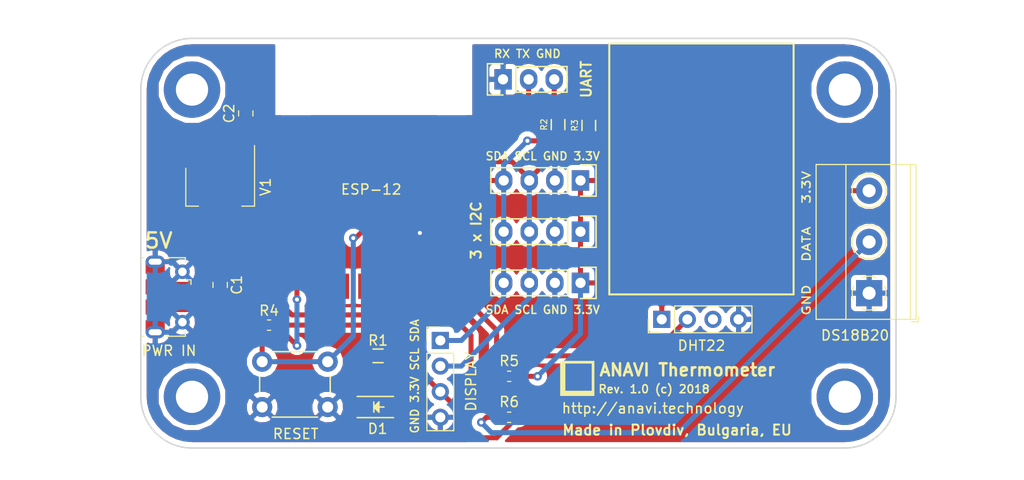
<source format=kicad_pcb>
(kicad_pcb (version 20171130) (host pcbnew 5.0.0-fee4fd1~66~ubuntu18.04.1)

  (general
    (thickness 1.6)
    (drawings 25)
    (tracks 150)
    (zones 0)
    (modules 25)
    (nets 13)
  )

  (page A4)
  (layers
    (0 F.Cu signal)
    (31 B.Cu signal)
    (32 B.Adhes user)
    (33 F.Adhes user)
    (34 B.Paste user)
    (35 F.Paste user)
    (36 B.SilkS user)
    (37 F.SilkS user)
    (38 B.Mask user)
    (39 F.Mask user)
    (40 Dwgs.User user)
    (41 Cmts.User user)
    (42 Eco1.User user)
    (43 Eco2.User user)
    (44 Edge.Cuts user)
    (45 Margin user)
    (46 B.CrtYd user)
    (47 F.CrtYd user)
    (48 B.Fab user)
    (49 F.Fab user)
  )

  (setup
    (last_trace_width 0.5)
    (user_trace_width 0.254)
    (user_trace_width 0.5)
    (trace_clearance 0.254)
    (zone_clearance 0.508)
    (zone_45_only yes)
    (trace_min 0.2)
    (segment_width 0.2)
    (edge_width 0.15)
    (via_size 0.85)
    (via_drill 0.4)
    (via_min_size 0.4)
    (via_min_drill 0.3)
    (uvia_size 0.35)
    (uvia_drill 0.1)
    (uvias_allowed no)
    (uvia_min_size 0.2)
    (uvia_min_drill 0.1)
    (pcb_text_width 0.3)
    (pcb_text_size 1.5 1.5)
    (mod_edge_width 0.15)
    (mod_text_size 1 1)
    (mod_text_width 0.15)
    (pad_size 5.6 5.6)
    (pad_drill 3.2)
    (pad_to_mask_clearance 0.2)
    (aux_axis_origin 0 0)
    (visible_elements FFFFFF7F)
    (pcbplotparams
      (layerselection 0x010fc_ffffffff)
      (usegerberextensions true)
      (usegerberattributes false)
      (usegerberadvancedattributes false)
      (creategerberjobfile false)
      (excludeedgelayer true)
      (linewidth 1.000000)
      (plotframeref false)
      (viasonmask false)
      (mode 1)
      (useauxorigin false)
      (hpglpennumber 1)
      (hpglpenspeed 20)
      (hpglpendiameter 15.000000)
      (psnegative false)
      (psa4output false)
      (plotreference true)
      (plotvalue true)
      (plotinvisibletext false)
      (padsonsilk false)
      (subtractmaskfromsilk false)
      (outputformat 1)
      (mirror false)
      (drillshape 0)
      (scaleselection 1)
      (outputdirectory "plots/anavi-thermometer-r1.0/"))
  )

  (net 0 "")
  (net 1 "Net-(D1-Pad2)")
  (net 2 GND)
  (net 3 +3V3)
  (net 4 "Net-(ESP-12-Pad13)")
  (net 5 "Net-(ESP-12-Pad14)")
  (net 6 "Net-(ESP-12-Pad6)")
  (net 7 "Net-(ESP-12-Pad15)")
  (net 8 "Net-(ESP-12-Pad16)")
  (net 9 "Net-(ESP-12-Pad4)")
  (net 10 "Net-(ESP-12-Pad12)")
  (net 11 +5V)
  (net 12 "Net-(ESP-12-Pad11)")

  (net_class Default "This is the default net class."
    (clearance 0.254)
    (trace_width 0.5)
    (via_dia 0.85)
    (via_drill 0.4)
    (uvia_dia 0.35)
    (uvia_drill 0.1)
    (add_net +3V3)
    (add_net +5V)
    (add_net GND)
    (add_net "Net-(D1-Pad2)")
    (add_net "Net-(ESP-12-Pad11)")
    (add_net "Net-(ESP-12-Pad12)")
    (add_net "Net-(ESP-12-Pad13)")
    (add_net "Net-(ESP-12-Pad14)")
    (add_net "Net-(ESP-12-Pad15)")
    (add_net "Net-(ESP-12-Pad16)")
    (add_net "Net-(ESP-12-Pad4)")
    (add_net "Net-(ESP-12-Pad6)")
  )

  (net_class 12V ""
    (clearance 0.254)
    (trace_width 1.5)
    (via_dia 0.85)
    (via_drill 0.4)
    (uvia_dia 0.35)
    (uvia_drill 0.1)
  )

  (net_class usb ""
    (clearance 0.254)
    (trace_width 0.254)
    (via_dia 0.85)
    (via_drill 0.4)
    (uvia_dia 0.35)
    (uvia_drill 0.1)
  )

  (net_class vcc ""
    (clearance 0.254)
    (trace_width 1.5)
    (via_dia 0.85)
    (via_drill 0.4)
    (uvia_dia 0.35)
    (uvia_drill 0.1)
  )

  (module Pin_Headers:Pin_Header_Straight_1x04 (layer F.Cu) (tedit 598C067A) (tstamp 5BA8F36B)
    (at 108.3945 85.217 270)
    (descr "Through hole pin header")
    (tags "pin header")
    (path /598AD681)
    (fp_text reference U3 (at 0 -5.1 270) (layer F.SilkS) hide
      (effects (font (size 1 1) (thickness 0.15)))
    )
    (fp_text value I2C_SENS_1 (at 0 -3.1 270) (layer F.Fab) hide
      (effects (font (size 1 1) (thickness 0.15)))
    )
    (fp_line (start -1.75 -1.75) (end -1.75 9.4) (layer F.CrtYd) (width 0.05))
    (fp_line (start 1.75 -1.75) (end 1.75 9.4) (layer F.CrtYd) (width 0.05))
    (fp_line (start -1.75 -1.75) (end 1.75 -1.75) (layer F.CrtYd) (width 0.05))
    (fp_line (start -1.75 9.4) (end 1.75 9.4) (layer F.CrtYd) (width 0.05))
    (fp_line (start -1.27 1.27) (end -1.27 8.89) (layer F.SilkS) (width 0.15))
    (fp_line (start 1.27 1.27) (end 1.27 8.89) (layer F.SilkS) (width 0.15))
    (fp_line (start 1.55 -1.55) (end 1.55 0) (layer F.SilkS) (width 0.15))
    (fp_line (start -1.27 8.89) (end 1.27 8.89) (layer F.SilkS) (width 0.15))
    (fp_line (start 1.27 1.27) (end -1.27 1.27) (layer F.SilkS) (width 0.15))
    (fp_line (start -1.55 0) (end -1.55 -1.55) (layer F.SilkS) (width 0.15))
    (fp_line (start -1.55 -1.55) (end 1.55 -1.55) (layer F.SilkS) (width 0.15))
    (pad 1 thru_hole rect (at 0 0 270) (size 2.032 1.7272) (drill 1.016) (layers *.Cu *.Mask)
      (net 3 +3V3))
    (pad 2 thru_hole oval (at 0 2.54 270) (size 2.032 1.7272) (drill 1.016) (layers *.Cu *.Mask)
      (net 2 GND))
    (pad 3 thru_hole oval (at 0 5.08 270) (size 2.032 1.7272) (drill 1.016) (layers *.Cu *.Mask)
      (net 5 "Net-(ESP-12-Pad14)"))
    (pad 4 thru_hole oval (at 0 7.62 270) (size 2.032 1.7272) (drill 1.016) (layers *.Cu *.Mask)
      (net 4 "Net-(ESP-12-Pad13)"))
    (model Pin_Headers.3dshapes/Pin_Header_Straight_1x04.wrl
      (offset (xyz 0 -3.809999942779541 0))
      (scale (xyz 1 1 1))
      (rotate (xyz 0 0 90))
    )
  )

  (module ESP-12E_SMD (layer F.Cu) (tedit 5AEAC490) (tstamp 5BA8EF65)
    (at 80.899 80.01)
    (descr "Module, ESP-8266, ESP-12, 16 pad, SMD")
    (tags "Module ESP-8266 ESP8266")
    (path /598AC515)
    (fp_text reference ESP-12 (at 6.731 6.096 180) (layer F.SilkS)
      (effects (font (size 1 1) (thickness 0.15)))
    )
    (fp_text value ESP-12E (at 5.08 6.35 90) (layer F.Fab) hide
      (effects (font (size 1 1) (thickness 0.15)))
    )
    (fp_line (start -2.25 -0.5) (end -2.25 -8.75) (layer F.CrtYd) (width 0.05))
    (fp_line (start -2.25 -8.75) (end 15.25 -8.75) (layer F.CrtYd) (width 0.05))
    (fp_line (start 15.25 -8.75) (end 16.25 -8.75) (layer F.CrtYd) (width 0.05))
    (fp_line (start 16.25 -8.75) (end 16.25 16) (layer F.CrtYd) (width 0.05))
    (fp_line (start 16.25 16) (end -2.25 16) (layer F.CrtYd) (width 0.05))
    (fp_line (start -2.25 16) (end -2.25 -0.5) (layer F.CrtYd) (width 0.05))
    (fp_line (start -1.016 -8.382) (end 14.986 -8.382) (layer F.CrtYd) (width 0.1524))
    (fp_line (start 14.986 -8.382) (end 14.986 -0.889) (layer F.CrtYd) (width 0.1524))
    (fp_line (start -1.016 -8.382) (end -1.016 -1.016) (layer F.CrtYd) (width 0.1524))
    (fp_line (start 14.992 -8.4) (end -1.008 -2.6) (layer F.CrtYd) (width 0.1524))
    (fp_line (start -1.008 -8.4) (end 14.992 -2.6) (layer F.CrtYd) (width 0.1524))
    (fp_text user "No Copper" (at 6.892 -5.4) (layer F.CrtYd)
      (effects (font (size 1 1) (thickness 0.15)))
    )
    (fp_line (start -1.008 -2.6) (end 14.992 -2.6) (layer F.CrtYd) (width 0.1524))
    (fp_line (start 15 -8.4) (end 15 15.6) (layer F.Fab) (width 0.05))
    (fp_line (start 14.992 15.6) (end -1.008 15.6) (layer F.Fab) (width 0.05))
    (fp_line (start -1.008 15.6) (end -1.008 -8.4) (layer F.Fab) (width 0.05))
    (fp_line (start -1.008 -8.4) (end 14.992 -8.4) (layer F.Fab) (width 0.05))
    (pad 1 smd rect (at 0 0) (size 2.5 1.1) (drill (offset -0.7 0)) (layers F.Cu F.Paste F.Mask))
    (pad 2 smd rect (at 0 2) (size 2.5 1.1) (drill (offset -0.7 0)) (layers F.Cu F.Paste F.Mask))
    (pad 3 smd rect (at 0 4) (size 2.5 1.1) (drill (offset -0.7 0)) (layers F.Cu F.Paste F.Mask)
      (net 3 +3V3))
    (pad 4 smd rect (at 0 6) (size 2.5 1.1) (drill (offset -0.7 0)) (layers F.Cu F.Paste F.Mask)
      (net 9 "Net-(ESP-12-Pad4)"))
    (pad 5 smd rect (at 0 8) (size 2.5 1.1) (drill (offset -0.7 0)) (layers F.Cu F.Paste F.Mask))
    (pad 6 smd rect (at 0 10) (size 2.5 1.1) (drill (offset -0.7 0)) (layers F.Cu F.Paste F.Mask)
      (net 6 "Net-(ESP-12-Pad6)"))
    (pad 7 smd rect (at 0 12) (size 2.5 1.1) (drill (offset -0.7 0)) (layers F.Cu F.Paste F.Mask))
    (pad 8 smd rect (at 0 14) (size 2.5 1.1) (drill (offset -0.7 0)) (layers F.Cu F.Paste F.Mask)
      (net 3 +3V3))
    (pad 9 smd rect (at 14 14) (size 2.5 1.1) (drill (offset 0.7 0)) (layers F.Cu F.Paste F.Mask)
      (net 2 GND))
    (pad 10 smd rect (at 14 12) (size 2.5 1.1) (drill (offset 0.7 0)) (layers F.Cu F.Paste F.Mask)
      (net 2 GND))
    (pad 11 smd rect (at 14 10) (size 2.5 1.1) (drill (offset 0.7 0)) (layers F.Cu F.Paste F.Mask)
      (net 12 "Net-(ESP-12-Pad11)"))
    (pad 12 smd rect (at 14 8) (size 2.5 1.1) (drill (offset 0.7 0)) (layers F.Cu F.Paste F.Mask)
      (net 10 "Net-(ESP-12-Pad12)"))
    (pad 13 smd rect (at 14 6) (size 2.5 1.1) (drill (offset 0.7 0)) (layers F.Cu F.Paste F.Mask)
      (net 4 "Net-(ESP-12-Pad13)"))
    (pad 14 smd rect (at 14 4) (size 2.5 1.1) (drill (offset 0.7 0)) (layers F.Cu F.Paste F.Mask)
      (net 5 "Net-(ESP-12-Pad14)"))
    (pad 15 smd rect (at 14 2) (size 2.5 1.1) (drill (offset 0.7 0)) (layers F.Cu F.Paste F.Mask)
      (net 7 "Net-(ESP-12-Pad15)"))
    (pad 16 smd rect (at 14 0) (size 2.5 1.1) (drill (offset 0.7 0)) (layers F.Cu F.Paste F.Mask)
      (net 8 "Net-(ESP-12-Pad16)"))
    (pad 17 smd rect (at 1.99 15 90) (size 2.5 1.1) (drill (offset -0.7 0)) (layers F.Cu F.Paste F.Mask))
    (pad 18 smd rect (at 3.99 15 90) (size 2.5 1.1) (drill (offset -0.7 0)) (layers F.Cu F.Paste F.Mask))
    (pad 19 smd rect (at 5.99 15 90) (size 2.5 1.1) (drill (offset -0.7 0)) (layers F.Cu F.Paste F.Mask))
    (pad 20 smd rect (at 7.99 15 90) (size 2.5 1.1) (drill (offset -0.7 0)) (layers F.Cu F.Paste F.Mask))
    (pad 21 smd rect (at 9.99 15 90) (size 2.5 1.1) (drill (offset -0.7 0)) (layers F.Cu F.Paste F.Mask))
    (pad 22 smd rect (at 11.99 15 90) (size 2.5 1.1) (drill (offset -0.7 0)) (layers F.Cu F.Paste F.Mask))
    (model ${ESPLIB}/ESP8266.3dshapes/ESP-12.wrl
      (at (xyz 0 0 0))
      (scale (xyz 0.3937 0.3937 0.3937))
      (rotate (xyz 0 0 0))
    )
  )

  (module Mounting_Holes:MountingHole_3.2mm_M3_DIN965_Pad (layer F.Cu) (tedit 598CCB59) (tstamp 599001D4)
    (at 69.85 106.68)
    (descr "Mounting Hole 3.2mm, M3, DIN965")
    (tags "mounting hole 3.2mm m3 din965")
    (fp_text reference REF** (at 0 -3.8) (layer F.SilkS) hide
      (effects (font (size 1 1) (thickness 0.15)))
    )
    (fp_text value MountingHole_3.2mm_M3_DIN965_Pad (at 0 3.8) (layer F.Fab) hide
      (effects (font (size 1 1) (thickness 0.15)))
    )
    (fp_circle (center 0 0) (end 2.8 0) (layer Cmts.User) (width 0.15))
    (fp_circle (center 0 0) (end 3.05 0) (layer F.CrtYd) (width 0.05))
    (pad 4 thru_hole circle (at 0 0) (size 5.6 5.6) (drill 3.2) (layers *.Cu *.Mask))
  )

  (module LEDs:LED_1206 (layer F.Cu) (tedit 5AF0B2B3) (tstamp 598AECB1)
    (at 88.392 107.696)
    (descr "LED 1206 smd package")
    (tags "LED1206 SMD")
    (path /598AC94C)
    (attr smd)
    (fp_text reference D1 (at -0.127 2.159) (layer F.SilkS)
      (effects (font (size 1 1) (thickness 0.15)))
    )
    (fp_text value LED (at 0 2) (layer F.Fab) hide
      (effects (font (size 1 1) (thickness 0.15)))
    )
    (fp_line (start -0.5 -0.5) (end -0.5 0.5) (layer F.Fab) (width 0.15))
    (fp_line (start -0.5 0) (end 0 -0.5) (layer F.Fab) (width 0.15))
    (fp_line (start 0 0.5) (end -0.5 0) (layer F.Fab) (width 0.15))
    (fp_line (start 0 -0.5) (end 0 0.5) (layer F.Fab) (width 0.15))
    (fp_line (start -1.6 0.8) (end -1.6 -0.8) (layer F.Fab) (width 0.15))
    (fp_line (start 1.6 0.8) (end -1.6 0.8) (layer F.Fab) (width 0.15))
    (fp_line (start 1.6 -0.8) (end 1.6 0.8) (layer F.Fab) (width 0.15))
    (fp_line (start -1.6 -0.8) (end 1.6 -0.8) (layer F.Fab) (width 0.15))
    (fp_line (start -2.15 1.05) (end 1.45 1.05) (layer F.SilkS) (width 0.15))
    (fp_line (start -2.15 -1.05) (end 1.45 -1.05) (layer F.SilkS) (width 0.15))
    (fp_line (start -0.1 -0.3) (end -0.1 0.3) (layer F.SilkS) (width 0.15))
    (fp_line (start -0.1 0.3) (end -0.4 0) (layer F.SilkS) (width 0.15))
    (fp_line (start -0.4 0) (end -0.2 -0.2) (layer F.SilkS) (width 0.15))
    (fp_line (start -0.2 -0.2) (end -0.2 0.05) (layer F.SilkS) (width 0.15))
    (fp_line (start -0.2 0.05) (end -0.25 0) (layer F.SilkS) (width 0.15))
    (fp_line (start -0.5 -0.5) (end -0.5 0.5) (layer F.SilkS) (width 0.15))
    (fp_line (start 0 0) (end 0.5 0) (layer F.SilkS) (width 0.15))
    (fp_line (start -0.5 0) (end 0 -0.5) (layer F.SilkS) (width 0.15))
    (fp_line (start 0 -0.5) (end 0 0.5) (layer F.SilkS) (width 0.15))
    (fp_line (start 0 0.5) (end -0.5 0) (layer F.SilkS) (width 0.15))
    (fp_line (start 2.5 -1.25) (end -2.5 -1.25) (layer F.CrtYd) (width 0.05))
    (fp_line (start -2.5 -1.25) (end -2.5 1.25) (layer F.CrtYd) (width 0.05))
    (fp_line (start -2.5 1.25) (end 2.5 1.25) (layer F.CrtYd) (width 0.05))
    (fp_line (start 2.5 1.25) (end 2.5 -1.25) (layer F.CrtYd) (width 0.05))
    (pad 2 smd rect (at 1.41986 0 180) (size 1.59766 1.80086) (layers F.Cu F.Paste F.Mask)
      (net 1 "Net-(D1-Pad2)"))
    (pad 1 smd rect (at -1.41986 0 180) (size 1.59766 1.80086) (layers F.Cu F.Paste F.Mask)
      (net 2 GND))
    (model LEDs.3dshapes/LED_1206.wrl
      (at (xyz 0 0 0))
      (scale (xyz 1 1 1))
      (rotate (xyz 0 0 180))
    )
  )

  (module Pin_Headers:Pin_Header_Straight_1x03 (layer F.Cu) (tedit 598C0697) (tstamp 5BA8F3A6)
    (at 100.711 75.184 90)
    (descr "Through hole pin header")
    (tags "pin header")
    (path /598AC863)
    (fp_text reference P1 (at 0 -5.1 90) (layer F.SilkS) hide
      (effects (font (size 1 1) (thickness 0.15)))
    )
    (fp_text value CONN_01X03 (at 0 -3.1 90) (layer F.Fab) hide
      (effects (font (size 1 1) (thickness 0.15)))
    )
    (fp_line (start -1.75 -1.75) (end -1.75 6.85) (layer F.CrtYd) (width 0.05))
    (fp_line (start 1.75 -1.75) (end 1.75 6.85) (layer F.CrtYd) (width 0.05))
    (fp_line (start -1.75 -1.75) (end 1.75 -1.75) (layer F.CrtYd) (width 0.05))
    (fp_line (start -1.75 6.85) (end 1.75 6.85) (layer F.CrtYd) (width 0.05))
    (fp_line (start -1.27 1.27) (end -1.27 6.35) (layer F.SilkS) (width 0.15))
    (fp_line (start -1.27 6.35) (end 1.27 6.35) (layer F.SilkS) (width 0.15))
    (fp_line (start 1.27 6.35) (end 1.27 1.27) (layer F.SilkS) (width 0.15))
    (fp_line (start 1.55 -1.55) (end 1.55 0) (layer F.SilkS) (width 0.15))
    (fp_line (start 1.27 1.27) (end -1.27 1.27) (layer F.SilkS) (width 0.15))
    (fp_line (start -1.55 0) (end -1.55 -1.55) (layer F.SilkS) (width 0.15))
    (fp_line (start -1.55 -1.55) (end 1.55 -1.55) (layer F.SilkS) (width 0.15))
    (pad 1 thru_hole rect (at 0 0 90) (size 2.032 1.7272) (drill 1.016) (layers *.Cu *.Mask)
      (net 2 GND))
    (pad 2 thru_hole oval (at 0 2.54 90) (size 2.032 1.7272) (drill 1.016) (layers *.Cu *.Mask)
      (net 8 "Net-(ESP-12-Pad16)"))
    (pad 3 thru_hole oval (at 0 5.08 90) (size 2.032 1.7272) (drill 1.016) (layers *.Cu *.Mask)
      (net 7 "Net-(ESP-12-Pad15)"))
    (model Pin_Headers.3dshapes/Pin_Header_Straight_1x03.wrl
      (offset (xyz 0 -2.539999961853027 0))
      (scale (xyz 1 1 1))
      (rotate (xyz 0 0 90))
    )
  )

  (module Resistors_SMD:R_0603_HandSoldering (layer F.Cu) (tedit 5BA485BA) (tstamp 598AED39)
    (at 88.308 102.616)
    (descr "Resistor SMD 0603, hand soldering")
    (tags "resistor 0603")
    (path /598ADC31)
    (attr smd)
    (fp_text reference R1 (at 0 -1.524) (layer F.SilkS)
      (effects (font (size 1 1) (thickness 0.15)))
    )
    (fp_text value 68R (at 0.127 1.524) (layer F.Fab)
      (effects (font (size 1 1) (thickness 0.15)))
    )
    (fp_line (start -0.8 0.4) (end -0.8 -0.4) (layer F.Fab) (width 0.1))
    (fp_line (start 0.8 0.4) (end -0.8 0.4) (layer F.Fab) (width 0.1))
    (fp_line (start 0.8 -0.4) (end 0.8 0.4) (layer F.Fab) (width 0.1))
    (fp_line (start -0.8 -0.4) (end 0.8 -0.4) (layer F.Fab) (width 0.1))
    (fp_line (start -2 -0.8) (end 2 -0.8) (layer F.CrtYd) (width 0.05))
    (fp_line (start -2 0.8) (end 2 0.8) (layer F.CrtYd) (width 0.05))
    (fp_line (start -2 -0.8) (end -2 0.8) (layer F.CrtYd) (width 0.05))
    (fp_line (start 2 -0.8) (end 2 0.8) (layer F.CrtYd) (width 0.05))
    (fp_line (start 0.5 0.675) (end -0.5 0.675) (layer F.SilkS) (width 0.15))
    (fp_line (start -0.5 -0.675) (end 0.5 -0.675) (layer F.SilkS) (width 0.15))
    (pad 1 smd rect (at -1.1 0) (size 1.2 0.9) (layers F.Cu F.Paste F.Mask)
      (net 9 "Net-(ESP-12-Pad4)"))
    (pad 2 smd rect (at 1.1 0) (size 1.2 0.9) (layers F.Cu F.Paste F.Mask)
      (net 1 "Net-(D1-Pad2)"))
    (model Resistors_SMD.3dshapes/R_0603_HandSoldering.wrl
      (at (xyz 0 0 0))
      (scale (xyz 1 1 1))
      (rotate (xyz 0 0 0))
    )
  )

  (module Resistors_SMD:R_0603_HandSoldering (layer F.Cu) (tedit 5AC1406F) (tstamp 5BA8F2F3)
    (at 106.172 79.672 270)
    (descr "Resistor SMD 0603, hand soldering")
    (tags "resistor 0603")
    (path /598ADBC1)
    (attr smd)
    (fp_text reference R2 (at 0 1.397 270) (layer F.SilkS)
      (effects (font (size 0.6 0.6) (thickness 0.1)))
    )
    (fp_text value 4,7K (at 0 -1.143 270) (layer F.Fab)
      (effects (font (size 1 1) (thickness 0.15)))
    )
    (fp_line (start -0.8 0.4) (end -0.8 -0.4) (layer F.Fab) (width 0.1))
    (fp_line (start 0.8 0.4) (end -0.8 0.4) (layer F.Fab) (width 0.1))
    (fp_line (start 0.8 -0.4) (end 0.8 0.4) (layer F.Fab) (width 0.1))
    (fp_line (start -0.8 -0.4) (end 0.8 -0.4) (layer F.Fab) (width 0.1))
    (fp_line (start -2 -0.8) (end 2 -0.8) (layer F.CrtYd) (width 0.05))
    (fp_line (start -2 0.8) (end 2 0.8) (layer F.CrtYd) (width 0.05))
    (fp_line (start -2 -0.8) (end -2 0.8) (layer F.CrtYd) (width 0.05))
    (fp_line (start 2 -0.8) (end 2 0.8) (layer F.CrtYd) (width 0.05))
    (fp_line (start 0.5 0.675) (end -0.5 0.675) (layer F.SilkS) (width 0.15))
    (fp_line (start -0.5 -0.675) (end 0.5 -0.675) (layer F.SilkS) (width 0.15))
    (pad 1 smd rect (at -1.1 0 270) (size 1.2 0.9) (layers F.Cu F.Paste F.Mask)
      (net 3 +3V3))
    (pad 2 smd rect (at 1.1 0 270) (size 1.2 0.9) (layers F.Cu F.Paste F.Mask)
      (net 4 "Net-(ESP-12-Pad13)"))
    (model Resistors_SMD.3dshapes/R_0603_HandSoldering.wrl
      (at (xyz 0 0 0))
      (scale (xyz 1 1 1))
      (rotate (xyz 0 0 0))
    )
  )

  (module Resistors_SMD:R_0603_HandSoldering (layer F.Cu) (tedit 5AC14073) (tstamp 5BA8F28D)
    (at 109.22 79.756 270)
    (descr "Resistor SMD 0603, hand soldering")
    (tags "resistor 0603")
    (path /598ADBF6)
    (attr smd)
    (fp_text reference R3 (at 0 1.397 270) (layer F.SilkS)
      (effects (font (size 0.6 0.6) (thickness 0.1)))
    )
    (fp_text value 4,7K (at 0.127 -1.27 270) (layer F.Fab)
      (effects (font (size 1 1) (thickness 0.15)))
    )
    (fp_line (start -0.8 0.4) (end -0.8 -0.4) (layer F.Fab) (width 0.1))
    (fp_line (start 0.8 0.4) (end -0.8 0.4) (layer F.Fab) (width 0.1))
    (fp_line (start 0.8 -0.4) (end 0.8 0.4) (layer F.Fab) (width 0.1))
    (fp_line (start -0.8 -0.4) (end 0.8 -0.4) (layer F.Fab) (width 0.1))
    (fp_line (start -2 -0.8) (end 2 -0.8) (layer F.CrtYd) (width 0.05))
    (fp_line (start -2 0.8) (end 2 0.8) (layer F.CrtYd) (width 0.05))
    (fp_line (start -2 -0.8) (end -2 0.8) (layer F.CrtYd) (width 0.05))
    (fp_line (start 2 -0.8) (end 2 0.8) (layer F.CrtYd) (width 0.05))
    (fp_line (start 0.5 0.675) (end -0.5 0.675) (layer F.SilkS) (width 0.15))
    (fp_line (start -0.5 -0.675) (end 0.5 -0.675) (layer F.SilkS) (width 0.15))
    (pad 1 smd rect (at -1.1 0 270) (size 1.2 0.9) (layers F.Cu F.Paste F.Mask)
      (net 3 +3V3))
    (pad 2 smd rect (at 1.1 0 270) (size 1.2 0.9) (layers F.Cu F.Paste F.Mask)
      (net 5 "Net-(ESP-12-Pad14)"))
    (model Resistors_SMD.3dshapes/R_0603_HandSoldering.wrl
      (at (xyz 0 0 0))
      (scale (xyz 1 1 1))
      (rotate (xyz 0 0 0))
    )
  )

  (module Buttons_Switches_ThroughHole:SW_PUSH_6mm_h4.3mm (layer F.Cu) (tedit 5BA48320) (tstamp 598AED77)
    (at 83.312 107.696 180)
    (descr "tactile push button, 6x6mm e.g. PHAP33xx series, height=4.3mm")
    (tags "tact sw push 6mm")
    (path /598B559F)
    (fp_text reference RESET (at 3.175 -2.667) (layer F.SilkS)
      (effects (font (size 1 1) (thickness 0.15)))
    )
    (fp_text value SW_DIP_x01 (at 3.75 6.7 180) (layer F.Fab) hide
      (effects (font (size 1 1) (thickness 0.15)))
    )
    (fp_line (start 3.25 -0.75) (end 6.25 -0.75) (layer F.Fab) (width 0.1))
    (fp_line (start 6.25 -0.75) (end 6.25 5.25) (layer F.Fab) (width 0.1))
    (fp_line (start 6.25 5.25) (end 0.25 5.25) (layer F.Fab) (width 0.1))
    (fp_line (start 0.25 5.25) (end 0.25 -0.75) (layer F.Fab) (width 0.1))
    (fp_line (start 0.25 -0.75) (end 3.25 -0.75) (layer F.Fab) (width 0.1))
    (fp_line (start 7.75 6) (end 8 6) (layer F.CrtYd) (width 0.05))
    (fp_line (start 8 6) (end 8 5.75) (layer F.CrtYd) (width 0.05))
    (fp_line (start 7.75 -1.5) (end 8 -1.5) (layer F.CrtYd) (width 0.05))
    (fp_line (start 8 -1.5) (end 8 -1.25) (layer F.CrtYd) (width 0.05))
    (fp_line (start -1.5 -1.25) (end -1.5 -1.5) (layer F.CrtYd) (width 0.05))
    (fp_line (start -1.5 -1.5) (end -1.25 -1.5) (layer F.CrtYd) (width 0.05))
    (fp_line (start -1.5 5.75) (end -1.5 6) (layer F.CrtYd) (width 0.05))
    (fp_line (start -1.5 6) (end -1.25 6) (layer F.CrtYd) (width 0.05))
    (fp_line (start -1.25 -1.5) (end 7.75 -1.5) (layer F.CrtYd) (width 0.05))
    (fp_line (start -1.5 5.75) (end -1.5 -1.25) (layer F.CrtYd) (width 0.05))
    (fp_line (start 7.75 6) (end -1.25 6) (layer F.CrtYd) (width 0.05))
    (fp_line (start 8 -1.25) (end 8 5.75) (layer F.CrtYd) (width 0.05))
    (fp_line (start 1 5.5) (end 5.5 5.5) (layer F.SilkS) (width 0.15))
    (fp_line (start -0.25 1.5) (end -0.25 3) (layer F.SilkS) (width 0.15))
    (fp_line (start 5.5 -1) (end 1 -1) (layer F.SilkS) (width 0.15))
    (fp_line (start 6.75 3) (end 6.75 1.5) (layer F.SilkS) (width 0.15))
    (fp_circle (center 3.25 2.25) (end 1.25 2.5) (layer F.Fab) (width 0.1))
    (pad 2 thru_hole circle (at 0 4.5 270) (size 2 2) (drill 1.1) (layers *.Cu *.Mask)
      (net 10 "Net-(ESP-12-Pad12)"))
    (pad 1 thru_hole circle (at 0 0 270) (size 2 2) (drill 1.1) (layers *.Cu *.Mask)
      (net 2 GND))
    (pad 2 thru_hole circle (at 6.5 4.5 270) (size 2 2) (drill 1.1) (layers *.Cu *.Mask)
      (net 10 "Net-(ESP-12-Pad12)"))
    (pad 1 thru_hole circle (at 6.5 0 270) (size 2 2) (drill 1.1) (layers *.Cu *.Mask)
      (net 2 GND))
    (model Buttons_Switches_ThroughHole.3dshapes/SW_PUSH_6mm_h4.3mm.wrl
      (offset (xyz 0.1269999980926514 0 0))
      (scale (xyz 0.3937 0.3937 0.3937))
      (rotate (xyz 0 0 0))
    )
  )

  (module Pin_Headers:Pin_Header_Straight_1x04 (layer F.Cu) (tedit 598C0680) (tstamp 5BA8F329)
    (at 108.3945 95.377 270)
    (descr "Through hole pin header")
    (tags "pin header")
    (path /598AD5F1)
    (fp_text reference U1 (at 0 -5.1 270) (layer F.SilkS) hide
      (effects (font (size 1 1) (thickness 0.15)))
    )
    (fp_text value I2C_SENS_1 (at 0 -3.1 270) (layer F.Fab) hide
      (effects (font (size 1 1) (thickness 0.15)))
    )
    (fp_line (start -1.75 -1.75) (end -1.75 9.4) (layer F.CrtYd) (width 0.05))
    (fp_line (start 1.75 -1.75) (end 1.75 9.4) (layer F.CrtYd) (width 0.05))
    (fp_line (start -1.75 -1.75) (end 1.75 -1.75) (layer F.CrtYd) (width 0.05))
    (fp_line (start -1.75 9.4) (end 1.75 9.4) (layer F.CrtYd) (width 0.05))
    (fp_line (start -1.27 1.27) (end -1.27 8.89) (layer F.SilkS) (width 0.15))
    (fp_line (start 1.27 1.27) (end 1.27 8.89) (layer F.SilkS) (width 0.15))
    (fp_line (start 1.55 -1.55) (end 1.55 0) (layer F.SilkS) (width 0.15))
    (fp_line (start -1.27 8.89) (end 1.27 8.89) (layer F.SilkS) (width 0.15))
    (fp_line (start 1.27 1.27) (end -1.27 1.27) (layer F.SilkS) (width 0.15))
    (fp_line (start -1.55 0) (end -1.55 -1.55) (layer F.SilkS) (width 0.15))
    (fp_line (start -1.55 -1.55) (end 1.55 -1.55) (layer F.SilkS) (width 0.15))
    (pad 1 thru_hole rect (at 0 0 270) (size 2.032 1.7272) (drill 1.016) (layers *.Cu *.Mask)
      (net 3 +3V3))
    (pad 2 thru_hole oval (at 0 2.54 270) (size 2.032 1.7272) (drill 1.016) (layers *.Cu *.Mask)
      (net 2 GND))
    (pad 3 thru_hole oval (at 0 5.08 270) (size 2.032 1.7272) (drill 1.016) (layers *.Cu *.Mask)
      (net 5 "Net-(ESP-12-Pad14)"))
    (pad 4 thru_hole oval (at 0 7.62 270) (size 2.032 1.7272) (drill 1.016) (layers *.Cu *.Mask)
      (net 4 "Net-(ESP-12-Pad13)"))
    (model Pin_Headers.3dshapes/Pin_Header_Straight_1x04.wrl
      (offset (xyz 0 -3.809999942779541 0))
      (scale (xyz 1 1 1))
      (rotate (xyz 0 0 90))
    )
  )

  (module Pin_Headers:Pin_Header_Straight_1x04 (layer F.Cu) (tedit 598C067C) (tstamp 5BA8F2BD)
    (at 108.3945 90.297 270)
    (descr "Through hole pin header")
    (tags "pin header")
    (path /598AD642)
    (fp_text reference U2 (at 0 -5.1 270) (layer F.SilkS) hide
      (effects (font (size 1 1) (thickness 0.15)))
    )
    (fp_text value I2C_SENS_1 (at 0 -3.1 270) (layer F.Fab) hide
      (effects (font (size 1 1) (thickness 0.15)))
    )
    (fp_line (start -1.75 -1.75) (end -1.75 9.4) (layer F.CrtYd) (width 0.05))
    (fp_line (start 1.75 -1.75) (end 1.75 9.4) (layer F.CrtYd) (width 0.05))
    (fp_line (start -1.75 -1.75) (end 1.75 -1.75) (layer F.CrtYd) (width 0.05))
    (fp_line (start -1.75 9.4) (end 1.75 9.4) (layer F.CrtYd) (width 0.05))
    (fp_line (start -1.27 1.27) (end -1.27 8.89) (layer F.SilkS) (width 0.15))
    (fp_line (start 1.27 1.27) (end 1.27 8.89) (layer F.SilkS) (width 0.15))
    (fp_line (start 1.55 -1.55) (end 1.55 0) (layer F.SilkS) (width 0.15))
    (fp_line (start -1.27 8.89) (end 1.27 8.89) (layer F.SilkS) (width 0.15))
    (fp_line (start 1.27 1.27) (end -1.27 1.27) (layer F.SilkS) (width 0.15))
    (fp_line (start -1.55 0) (end -1.55 -1.55) (layer F.SilkS) (width 0.15))
    (fp_line (start -1.55 -1.55) (end 1.55 -1.55) (layer F.SilkS) (width 0.15))
    (pad 1 thru_hole rect (at 0 0 270) (size 2.032 1.7272) (drill 1.016) (layers *.Cu *.Mask)
      (net 3 +3V3))
    (pad 2 thru_hole oval (at 0 2.54 270) (size 2.032 1.7272) (drill 1.016) (layers *.Cu *.Mask)
      (net 2 GND))
    (pad 3 thru_hole oval (at 0 5.08 270) (size 2.032 1.7272) (drill 1.016) (layers *.Cu *.Mask)
      (net 5 "Net-(ESP-12-Pad14)"))
    (pad 4 thru_hole oval (at 0 7.62 270) (size 2.032 1.7272) (drill 1.016) (layers *.Cu *.Mask)
      (net 4 "Net-(ESP-12-Pad13)"))
    (model Pin_Headers.3dshapes/Pin_Header_Straight_1x04.wrl
      (offset (xyz 0 -3.809999942779541 0))
      (scale (xyz 1 1 1))
      (rotate (xyz 0 0 90))
    )
  )

  (module logo:anavi-logo (layer F.Cu) (tedit 0) (tstamp 5BA3C463)
    (at 108.077 104.902)
    (fp_text reference G*** (at 0 0) (layer F.SilkS) hide
      (effects (font (size 1.524 1.524) (thickness 0.3)))
    )
    (fp_text value LOGO (at 0.75 0) (layer F.SilkS) hide
      (effects (font (size 1.524 1.524) (thickness 0.3)))
    )
    (fp_poly (pts (xy 1.693334 1.693334) (xy -1.693333 1.693334) (xy -1.693333 -1.524) (xy -1.185333 -1.524)
      (xy -1.185333 1.185334) (xy 1.439334 1.185334) (xy 1.439334 -1.524) (xy -1.185333 -1.524)
      (xy -1.693333 -1.524) (xy -1.693333 -1.778) (xy 1.693334 -1.778) (xy 1.693334 1.693334)) (layer F.SilkS) (width 0.01))
  )

  (module Mounting_Holes:MountingHole_3.2mm_M3_DIN965_Pad (layer F.Cu) (tedit 598CCB4F) (tstamp 59900192)
    (at 134.62 76.2)
    (descr "Mounting Hole 3.2mm, M3, DIN965")
    (tags "mounting hole 3.2mm m3 din965")
    (fp_text reference REF** (at 0 -3.8) (layer F.SilkS) hide
      (effects (font (size 1 1) (thickness 0.15)))
    )
    (fp_text value MountingHole_3.2mm_M3_DIN965_Pad (at 0 3.8) (layer F.Fab) hide
      (effects (font (size 1 1) (thickness 0.15)))
    )
    (fp_circle (center 0 0) (end 2.8 0) (layer Cmts.User) (width 0.15))
    (fp_circle (center 0 0) (end 3.05 0) (layer F.CrtYd) (width 0.05))
    (pad 2 thru_hole circle (at 0 0) (size 5.6 5.6) (drill 3.2) (layers *.Cu *.Mask))
  )

  (module Mounting_Holes:MountingHole_3.2mm_M3_DIN965_Pad (layer F.Cu) (tedit 598CCB4B) (tstamp 599001B2)
    (at 69.85 76.2)
    (descr "Mounting Hole 3.2mm, M3, DIN965")
    (tags "mounting hole 3.2mm m3 din965")
    (fp_text reference REF** (at 0 -3.8) (layer F.SilkS) hide
      (effects (font (size 1 1) (thickness 0.15)))
    )
    (fp_text value MountingHole_3.2mm_M3_DIN965_Pad (at 0 3.8) (layer F.Fab) hide
      (effects (font (size 1 1) (thickness 0.15)))
    )
    (fp_circle (center 0 0) (end 2.8 0) (layer Cmts.User) (width 0.15))
    (fp_circle (center 0 0) (end 3.05 0) (layer F.CrtYd) (width 0.05))
    (pad 1 thru_hole circle (at 0 0) (size 5.6 5.6) (drill 3.2) (layers *.Cu *.Mask))
  )

  (module Mounting_Holes:MountingHole_3.2mm_M3_DIN965_Pad (layer F.Cu) (tedit 598CCB55) (tstamp 599001F4)
    (at 134.62 106.68)
    (descr "Mounting Hole 3.2mm, M3, DIN965")
    (tags "mounting hole 3.2mm m3 din965")
    (fp_text reference REF** (at 0 -3.8) (layer F.SilkS) hide
      (effects (font (size 1 1) (thickness 0.15)))
    )
    (fp_text value MountingHole_3.2mm_M3_DIN965_Pad (at 0 3.8) (layer F.Fab) hide
      (effects (font (size 1 1) (thickness 0.15)))
    )
    (fp_circle (center 0 0) (end 2.8 0) (layer Cmts.User) (width 0.15))
    (fp_circle (center 0 0) (end 3.05 0) (layer F.CrtYd) (width 0.05))
    (pad 3 thru_hole circle (at 0 0) (size 5.6 5.6) (drill 3.2) (layers *.Cu *.Mask))
  )

  (module Connector_USB:USB_Micro-B_Molex-105017-0001 (layer F.Cu) (tedit 5BA483A8) (tstamp 5BA8DF26)
    (at 67.437 96.774 270)
    (descr http://www.molex.com/pdm_docs/sd/1050170001_sd.pdf)
    (tags "Micro-USB SMD Typ-B")
    (path /5BA451A0)
    (attr smd)
    (fp_text reference "PWR IN" (at 5.334 -0.127) (layer F.SilkS)
      (effects (font (size 1 1) (thickness 0.15)))
    )
    (fp_text value USB_B_Micro (at 0.3 4.3375 270) (layer F.Fab)
      (effects (font (size 1 1) (thickness 0.15)))
    )
    (fp_text user "PCB Edge" (at 0 2.6875 270) (layer Dwgs.User)
      (effects (font (size 0.5 0.5) (thickness 0.08)))
    )
    (fp_text user %R (at 0 0.8875 270) (layer F.Fab)
      (effects (font (size 1 1) (thickness 0.15)))
    )
    (fp_line (start -4.4 3.64) (end 4.4 3.64) (layer F.CrtYd) (width 0.05))
    (fp_line (start 4.4 -2.46) (end 4.4 3.64) (layer F.CrtYd) (width 0.05))
    (fp_line (start -4.4 -2.46) (end 4.4 -2.46) (layer F.CrtYd) (width 0.05))
    (fp_line (start -4.4 3.64) (end -4.4 -2.46) (layer F.CrtYd) (width 0.05))
    (fp_line (start -3.9 -1.7625) (end -3.45 -1.7625) (layer F.SilkS) (width 0.12))
    (fp_line (start -3.9 0.0875) (end -3.9 -1.7625) (layer F.SilkS) (width 0.12))
    (fp_line (start 3.9 2.6375) (end 3.9 2.3875) (layer F.SilkS) (width 0.12))
    (fp_line (start 3.75 3.3875) (end 3.75 -1.6125) (layer F.Fab) (width 0.1))
    (fp_line (start -3 2.689204) (end 3 2.689204) (layer F.Fab) (width 0.1))
    (fp_line (start -3.75 3.389204) (end 3.75 3.389204) (layer F.Fab) (width 0.1))
    (fp_line (start -3.75 -1.6125) (end 3.75 -1.6125) (layer F.Fab) (width 0.1))
    (fp_line (start -3.75 3.3875) (end -3.75 -1.6125) (layer F.Fab) (width 0.1))
    (fp_line (start -3.9 2.6375) (end -3.9 2.3875) (layer F.SilkS) (width 0.12))
    (fp_line (start 3.9 0.0875) (end 3.9 -1.7625) (layer F.SilkS) (width 0.12))
    (fp_line (start 3.9 -1.7625) (end 3.45 -1.7625) (layer F.SilkS) (width 0.12))
    (fp_line (start -1.7 -2.3125) (end -1.25 -2.3125) (layer F.SilkS) (width 0.12))
    (fp_line (start -1.7 -2.3125) (end -1.7 -1.8625) (layer F.SilkS) (width 0.12))
    (fp_line (start -1.3 -1.7125) (end -1.5 -1.9125) (layer F.Fab) (width 0.1))
    (fp_line (start -1.1 -1.9125) (end -1.3 -1.7125) (layer F.Fab) (width 0.1))
    (fp_line (start -1.5 -2.1225) (end -1.1 -2.1225) (layer F.Fab) (width 0.1))
    (fp_line (start -1.5 -2.1225) (end -1.5 -1.9125) (layer F.Fab) (width 0.1))
    (fp_line (start -1.1 -2.1225) (end -1.1 -1.9125) (layer F.Fab) (width 0.1))
    (pad 6 smd rect (at 1 1.2375 270) (size 1.5 1.9) (layers F.Cu F.Paste F.Mask)
      (net 2 GND))
    (pad 6 thru_hole circle (at -2.5 -1.4625 270) (size 1.45 1.45) (drill 0.85) (layers *.Cu *.Mask)
      (net 2 GND))
    (pad 2 smd rect (at -0.65 -1.4625 270) (size 0.4 1.35) (layers F.Cu F.Paste F.Mask))
    (pad 1 smd rect (at -1.3 -1.4625 270) (size 0.4 1.35) (layers F.Cu F.Paste F.Mask)
      (net 11 +5V))
    (pad 5 smd rect (at 1.3 -1.4625 270) (size 0.4 1.35) (layers F.Cu F.Paste F.Mask)
      (net 2 GND))
    (pad 4 smd rect (at 0.65 -1.4625 270) (size 0.4 1.35) (layers F.Cu F.Paste F.Mask))
    (pad 3 smd rect (at 0 -1.4625 270) (size 0.4 1.35) (layers F.Cu F.Paste F.Mask))
    (pad 6 thru_hole circle (at 2.5 -1.4625 270) (size 1.45 1.45) (drill 0.85) (layers *.Cu *.Mask)
      (net 2 GND))
    (pad 6 smd rect (at -1 1.2375 270) (size 1.5 1.9) (layers F.Cu F.Paste F.Mask)
      (net 2 GND))
    (pad 6 thru_hole oval (at -3.5 1.2375 90) (size 1.2 1.9) (drill oval 0.6 1.3) (layers *.Cu *.Mask)
      (net 2 GND))
    (pad 6 thru_hole oval (at 3.5 1.2375 270) (size 1.2 1.9) (drill oval 0.6 1.3) (layers *.Cu *.Mask)
      (net 2 GND))
    (pad 6 smd rect (at 2.9 1.2375 270) (size 1.2 1.9) (layers F.Cu F.Mask)
      (net 2 GND))
    (pad 6 smd rect (at -2.9 1.2375 270) (size 1.2 1.9) (layers F.Cu F.Mask)
      (net 2 GND))
    (model ${KISYS3DMOD}/Connector_USB.3dshapes/USB_Micro-B_Molex-105017-0001.wrl
      (at (xyz 0 0 0))
      (scale (xyz 1 1 1))
      (rotate (xyz 0 0 0))
    )
  )

  (module Resistor_SMD:R_0603_1608Metric (layer F.Cu) (tedit 5B301BBD) (tstamp 5BA47910)
    (at 77.4955 99.568)
    (descr "Resistor SMD 0603 (1608 Metric), square (rectangular) end terminal, IPC_7351 nominal, (Body size source: http://www.tortai-tech.com/upload/download/2011102023233369053.pdf), generated with kicad-footprint-generator")
    (tags resistor)
    (path /59B813FF)
    (attr smd)
    (fp_text reference R4 (at 0 -1.43) (layer F.SilkS)
      (effects (font (size 1 1) (thickness 0.15)))
    )
    (fp_text value 2K (at 0 1.43) (layer F.Fab)
      (effects (font (size 1 1) (thickness 0.15)))
    )
    (fp_line (start -0.8 0.4) (end -0.8 -0.4) (layer F.Fab) (width 0.1))
    (fp_line (start -0.8 -0.4) (end 0.8 -0.4) (layer F.Fab) (width 0.1))
    (fp_line (start 0.8 -0.4) (end 0.8 0.4) (layer F.Fab) (width 0.1))
    (fp_line (start 0.8 0.4) (end -0.8 0.4) (layer F.Fab) (width 0.1))
    (fp_line (start -0.162779 -0.51) (end 0.162779 -0.51) (layer F.SilkS) (width 0.12))
    (fp_line (start -0.162779 0.51) (end 0.162779 0.51) (layer F.SilkS) (width 0.12))
    (fp_line (start -1.48 0.73) (end -1.48 -0.73) (layer F.CrtYd) (width 0.05))
    (fp_line (start -1.48 -0.73) (end 1.48 -0.73) (layer F.CrtYd) (width 0.05))
    (fp_line (start 1.48 -0.73) (end 1.48 0.73) (layer F.CrtYd) (width 0.05))
    (fp_line (start 1.48 0.73) (end -1.48 0.73) (layer F.CrtYd) (width 0.05))
    (fp_text user %R (at 0 0) (layer F.Fab)
      (effects (font (size 0.4 0.4) (thickness 0.06)))
    )
    (pad 1 smd roundrect (at -0.7875 0) (size 0.875 0.95) (layers F.Cu F.Paste F.Mask) (roundrect_rratio 0.25)
      (net 10 "Net-(ESP-12-Pad12)"))
    (pad 2 smd roundrect (at 0.7875 0) (size 0.875 0.95) (layers F.Cu F.Paste F.Mask) (roundrect_rratio 0.25)
      (net 3 +3V3))
    (model ${KISYS3DMOD}/Resistor_SMD.3dshapes/R_0603_1608Metric.wrl
      (at (xyz 0 0 0))
      (scale (xyz 1 1 1))
      (rotate (xyz 0 0 0))
    )
  )

  (module Resistor_SMD:R_0603_1608Metric (layer F.Cu) (tedit 5B301BBD) (tstamp 5BA4898B)
    (at 101.3205 104.648 180)
    (descr "Resistor SMD 0603 (1608 Metric), square (rectangular) end terminal, IPC_7351 nominal, (Body size source: http://www.tortai-tech.com/upload/download/2011102023233369053.pdf), generated with kicad-footprint-generator")
    (tags resistor)
    (path /5BA5AD82)
    (attr smd)
    (fp_text reference R5 (at 0 1.524 180) (layer F.SilkS)
      (effects (font (size 1 1) (thickness 0.15)))
    )
    (fp_text value 10K (at 0 0 180) (layer F.Fab)
      (effects (font (size 1 1) (thickness 0.15)))
    )
    (fp_text user %R (at 0 0 180) (layer F.Fab)
      (effects (font (size 0.4 0.4) (thickness 0.06)))
    )
    (fp_line (start 1.48 0.73) (end -1.48 0.73) (layer F.CrtYd) (width 0.05))
    (fp_line (start 1.48 -0.73) (end 1.48 0.73) (layer F.CrtYd) (width 0.05))
    (fp_line (start -1.48 -0.73) (end 1.48 -0.73) (layer F.CrtYd) (width 0.05))
    (fp_line (start -1.48 0.73) (end -1.48 -0.73) (layer F.CrtYd) (width 0.05))
    (fp_line (start -0.162779 0.51) (end 0.162779 0.51) (layer F.SilkS) (width 0.12))
    (fp_line (start -0.162779 -0.51) (end 0.162779 -0.51) (layer F.SilkS) (width 0.12))
    (fp_line (start 0.8 0.4) (end -0.8 0.4) (layer F.Fab) (width 0.1))
    (fp_line (start 0.8 -0.4) (end 0.8 0.4) (layer F.Fab) (width 0.1))
    (fp_line (start -0.8 -0.4) (end 0.8 -0.4) (layer F.Fab) (width 0.1))
    (fp_line (start -0.8 0.4) (end -0.8 -0.4) (layer F.Fab) (width 0.1))
    (pad 2 smd roundrect (at 0.7875 0 180) (size 0.875 0.95) (layers F.Cu F.Paste F.Mask) (roundrect_rratio 0.25)
      (net 12 "Net-(ESP-12-Pad11)"))
    (pad 1 smd roundrect (at -0.7875 0 180) (size 0.875 0.95) (layers F.Cu F.Paste F.Mask) (roundrect_rratio 0.25)
      (net 3 +3V3))
    (model ${KISYS3DMOD}/Resistor_SMD.3dshapes/R_0603_1608Metric.wrl
      (at (xyz 0 0 0))
      (scale (xyz 1 1 1))
      (rotate (xyz 0 0 0))
    )
  )

  (module Resistor_SMD:R_0603_1608Metric (layer F.Cu) (tedit 5B301BBD) (tstamp 5BA8DA86)
    (at 101.3205 108.712 180)
    (descr "Resistor SMD 0603 (1608 Metric), square (rectangular) end terminal, IPC_7351 nominal, (Body size source: http://www.tortai-tech.com/upload/download/2011102023233369053.pdf), generated with kicad-footprint-generator")
    (tags resistor)
    (path /5BA62504)
    (attr smd)
    (fp_text reference R6 (at 0 1.524 180) (layer F.SilkS)
      (effects (font (size 1 1) (thickness 0.15)))
    )
    (fp_text value 4,7K (at 0 0 180) (layer F.Fab)
      (effects (font (size 1 1) (thickness 0.15)))
    )
    (fp_line (start -0.8 0.4) (end -0.8 -0.4) (layer F.Fab) (width 0.1))
    (fp_line (start -0.8 -0.4) (end 0.8 -0.4) (layer F.Fab) (width 0.1))
    (fp_line (start 0.8 -0.4) (end 0.8 0.4) (layer F.Fab) (width 0.1))
    (fp_line (start 0.8 0.4) (end -0.8 0.4) (layer F.Fab) (width 0.1))
    (fp_line (start -0.162779 -0.51) (end 0.162779 -0.51) (layer F.SilkS) (width 0.12))
    (fp_line (start -0.162779 0.51) (end 0.162779 0.51) (layer F.SilkS) (width 0.12))
    (fp_line (start -1.48 0.73) (end -1.48 -0.73) (layer F.CrtYd) (width 0.05))
    (fp_line (start -1.48 -0.73) (end 1.48 -0.73) (layer F.CrtYd) (width 0.05))
    (fp_line (start 1.48 -0.73) (end 1.48 0.73) (layer F.CrtYd) (width 0.05))
    (fp_line (start 1.48 0.73) (end -1.48 0.73) (layer F.CrtYd) (width 0.05))
    (fp_text user %R (at 0 0 180) (layer F.Fab)
      (effects (font (size 0.4 0.4) (thickness 0.06)))
    )
    (pad 1 smd roundrect (at -0.7875 0 180) (size 0.875 0.95) (layers F.Cu F.Paste F.Mask) (roundrect_rratio 0.25)
      (net 3 +3V3))
    (pad 2 smd roundrect (at 0.7875 0 180) (size 0.875 0.95) (layers F.Cu F.Paste F.Mask) (roundrect_rratio 0.25)
      (net 6 "Net-(ESP-12-Pad6)"))
    (model ${KISYS3DMOD}/Resistor_SMD.3dshapes/R_0603_1608Metric.wrl
      (at (xyz 0 0 0))
      (scale (xyz 1 1 1))
      (rotate (xyz 0 0 0))
    )
  )

  (module Connector_PinHeader_2.54mm:PinHeader_1x04_P2.54mm_Vertical (layer F.Cu) (tedit 5BA4923F) (tstamp 5BA8F43C)
    (at 116.459 98.9965 90)
    (descr "Through hole straight pin header, 1x04, 2.54mm pitch, single row")
    (tags "Through hole pin header THT 1x04 2.54mm single row")
    (path /5BA58EA7)
    (fp_text reference DHT22 (at -2.6035 3.937 180) (layer F.SilkS)
      (effects (font (size 1 1) (thickness 0.15)))
    )
    (fp_text value DHT22 (at 3.4925 3.937 180) (layer F.Fab)
      (effects (font (size 1 1) (thickness 0.15)))
    )
    (fp_text user %R (at 0 3.81 180) (layer F.Fab)
      (effects (font (size 1 1) (thickness 0.15)))
    )
    (fp_line (start 1.8 -1.8) (end -1.8 -1.8) (layer F.CrtYd) (width 0.05))
    (fp_line (start 1.8 9.4) (end 1.8 -1.8) (layer F.CrtYd) (width 0.05))
    (fp_line (start -1.8 9.4) (end 1.8 9.4) (layer F.CrtYd) (width 0.05))
    (fp_line (start -1.8 -1.8) (end -1.8 9.4) (layer F.CrtYd) (width 0.05))
    (fp_line (start -1.33 -1.33) (end 0 -1.33) (layer F.SilkS) (width 0.12))
    (fp_line (start -1.33 0) (end -1.33 -1.33) (layer F.SilkS) (width 0.12))
    (fp_line (start -1.33 1.27) (end 1.33 1.27) (layer F.SilkS) (width 0.12))
    (fp_line (start 1.33 1.27) (end 1.33 8.95) (layer F.SilkS) (width 0.12))
    (fp_line (start -1.33 1.27) (end -1.33 8.95) (layer F.SilkS) (width 0.12))
    (fp_line (start -1.33 8.95) (end 1.33 8.95) (layer F.SilkS) (width 0.12))
    (fp_line (start -1.27 -0.635) (end -0.635 -1.27) (layer F.Fab) (width 0.1))
    (fp_line (start -1.27 8.89) (end -1.27 -0.635) (layer F.Fab) (width 0.1))
    (fp_line (start 1.27 8.89) (end -1.27 8.89) (layer F.Fab) (width 0.1))
    (fp_line (start 1.27 -1.27) (end 1.27 8.89) (layer F.Fab) (width 0.1))
    (fp_line (start -0.635 -1.27) (end 1.27 -1.27) (layer F.Fab) (width 0.1))
    (pad 4 thru_hole oval (at 0 7.62 90) (size 1.7 1.7) (drill 1) (layers *.Cu *.Mask)
      (net 2 GND))
    (pad 3 thru_hole oval (at 0 5.08 90) (size 1.7 1.7) (drill 1) (layers *.Cu *.Mask))
    (pad 2 thru_hole oval (at 0 2.54 90) (size 1.7 1.7) (drill 1) (layers *.Cu *.Mask)
      (net 12 "Net-(ESP-12-Pad11)"))
    (pad 1 thru_hole rect (at 0 0 90) (size 1.7 1.7) (drill 1) (layers *.Cu *.Mask)
      (net 3 +3V3))
    (model ${KISYS3DMOD}/Connector_PinHeader_2.54mm.3dshapes/PinHeader_1x04_P2.54mm_Vertical.wrl
      (at (xyz 0 0 0))
      (scale (xyz 1 1 1))
      (rotate (xyz 0 0 0))
    )
  )

  (module TerminalBlock_Phoenix:TerminalBlock_Phoenix_MKDS-1,5-3-5.08_1x03_P5.08mm_Horizontal (layer F.Cu) (tedit 5BA485DA) (tstamp 5BA8DAD3)
    (at 137.033 96.393 90)
    (descr "Terminal Block Phoenix MKDS-1,5-3-5.08, 3 pins, pitch 5.08mm, size 15.2x9.8mm^2, drill diamater 1.3mm, pad diameter 2.6mm, see http://www.farnell.com/datasheets/100425.pdf, script-generated using https://github.com/pointhi/kicad-footprint-generator/scripts/TerminalBlock_Phoenix")
    (tags "THT Terminal Block Phoenix MKDS-1,5-3-5.08 pitch 5.08mm size 15.2x9.8mm^2 drill 1.3mm pad 2.6mm")
    (path /5BA58D6A)
    (fp_text reference DS18B20 (at -4.191 -1.397 180) (layer F.SilkS)
      (effects (font (size 1 1) (thickness 0.15)))
    )
    (fp_text value DS18B20 (at 5.08 5.66 90) (layer F.Fab)
      (effects (font (size 1 1) (thickness 0.15)))
    )
    (fp_arc (start 0 0) (end 0 1.68) (angle -24) (layer F.SilkS) (width 0.12))
    (fp_arc (start 0 0) (end 1.535 0.684) (angle -48) (layer F.SilkS) (width 0.12))
    (fp_arc (start 0 0) (end 0.684 -1.535) (angle -48) (layer F.SilkS) (width 0.12))
    (fp_arc (start 0 0) (end -1.535 -0.684) (angle -48) (layer F.SilkS) (width 0.12))
    (fp_arc (start 0 0) (end -0.684 1.535) (angle -25) (layer F.SilkS) (width 0.12))
    (fp_circle (center 0 0) (end 1.5 0) (layer F.Fab) (width 0.1))
    (fp_circle (center 5.08 0) (end 6.58 0) (layer F.Fab) (width 0.1))
    (fp_circle (center 5.08 0) (end 6.76 0) (layer F.SilkS) (width 0.12))
    (fp_circle (center 10.16 0) (end 11.66 0) (layer F.Fab) (width 0.1))
    (fp_circle (center 10.16 0) (end 11.84 0) (layer F.SilkS) (width 0.12))
    (fp_line (start -2.54 -5.2) (end 12.7 -5.2) (layer F.Fab) (width 0.1))
    (fp_line (start 12.7 -5.2) (end 12.7 4.6) (layer F.Fab) (width 0.1))
    (fp_line (start 12.7 4.6) (end -2.04 4.6) (layer F.Fab) (width 0.1))
    (fp_line (start -2.04 4.6) (end -2.54 4.1) (layer F.Fab) (width 0.1))
    (fp_line (start -2.54 4.1) (end -2.54 -5.2) (layer F.Fab) (width 0.1))
    (fp_line (start -2.54 4.1) (end 12.7 4.1) (layer F.Fab) (width 0.1))
    (fp_line (start -2.6 4.1) (end 12.76 4.1) (layer F.SilkS) (width 0.12))
    (fp_line (start -2.54 2.6) (end 12.7 2.6) (layer F.Fab) (width 0.1))
    (fp_line (start -2.6 2.6) (end 12.76 2.6) (layer F.SilkS) (width 0.12))
    (fp_line (start -2.54 -2.3) (end 12.7 -2.3) (layer F.Fab) (width 0.1))
    (fp_line (start -2.6 -2.301) (end 12.76 -2.301) (layer F.SilkS) (width 0.12))
    (fp_line (start -2.6 -5.261) (end 12.76 -5.261) (layer F.SilkS) (width 0.12))
    (fp_line (start -2.6 4.66) (end 12.76 4.66) (layer F.SilkS) (width 0.12))
    (fp_line (start -2.6 -5.261) (end -2.6 4.66) (layer F.SilkS) (width 0.12))
    (fp_line (start 12.76 -5.261) (end 12.76 4.66) (layer F.SilkS) (width 0.12))
    (fp_line (start 1.138 -0.955) (end -0.955 1.138) (layer F.Fab) (width 0.1))
    (fp_line (start 0.955 -1.138) (end -1.138 0.955) (layer F.Fab) (width 0.1))
    (fp_line (start 6.218 -0.955) (end 4.126 1.138) (layer F.Fab) (width 0.1))
    (fp_line (start 6.035 -1.138) (end 3.943 0.955) (layer F.Fab) (width 0.1))
    (fp_line (start 6.355 -1.069) (end 6.308 -1.023) (layer F.SilkS) (width 0.12))
    (fp_line (start 4.046 1.239) (end 4.011 1.274) (layer F.SilkS) (width 0.12))
    (fp_line (start 6.15 -1.275) (end 6.115 -1.239) (layer F.SilkS) (width 0.12))
    (fp_line (start 3.853 1.023) (end 3.806 1.069) (layer F.SilkS) (width 0.12))
    (fp_line (start 11.298 -0.955) (end 9.206 1.138) (layer F.Fab) (width 0.1))
    (fp_line (start 11.115 -1.138) (end 9.023 0.955) (layer F.Fab) (width 0.1))
    (fp_line (start 11.435 -1.069) (end 11.388 -1.023) (layer F.SilkS) (width 0.12))
    (fp_line (start 9.126 1.239) (end 9.091 1.274) (layer F.SilkS) (width 0.12))
    (fp_line (start 11.23 -1.275) (end 11.195 -1.239) (layer F.SilkS) (width 0.12))
    (fp_line (start 8.933 1.023) (end 8.886 1.069) (layer F.SilkS) (width 0.12))
    (fp_line (start -2.84 4.16) (end -2.84 4.9) (layer F.SilkS) (width 0.12))
    (fp_line (start -2.84 4.9) (end -2.34 4.9) (layer F.SilkS) (width 0.12))
    (fp_line (start -3.04 -5.71) (end -3.04 5.1) (layer F.CrtYd) (width 0.05))
    (fp_line (start -3.04 5.1) (end 13.21 5.1) (layer F.CrtYd) (width 0.05))
    (fp_line (start 13.21 5.1) (end 13.21 -5.71) (layer F.CrtYd) (width 0.05))
    (fp_line (start 13.21 -5.71) (end -3.04 -5.71) (layer F.CrtYd) (width 0.05))
    (fp_text user %R (at 5.08 3.2 90) (layer F.Fab)
      (effects (font (size 1 1) (thickness 0.15)))
    )
    (pad 1 thru_hole rect (at 0 0 90) (size 2.6 2.6) (drill 1.3) (layers *.Cu *.Mask)
      (net 2 GND))
    (pad 2 thru_hole circle (at 5.08 0 90) (size 2.6 2.6) (drill 1.3) (layers *.Cu *.Mask)
      (net 6 "Net-(ESP-12-Pad6)"))
    (pad 3 thru_hole circle (at 10.16 0 90) (size 2.6 2.6) (drill 1.3) (layers *.Cu *.Mask)
      (net 3 +3V3))
    (model ${KISYS3DMOD}/TerminalBlock_Phoenix.3dshapes/TerminalBlock_Phoenix_MKDS-1,5-3-5.08_1x03_P5.08mm_Horizontal.wrl
      (at (xyz 0 0 0))
      (scale (xyz 1 1 1))
      (rotate (xyz 0 0 0))
    )
  )

  (module Connector_PinHeader_2.54mm:PinHeader_1x04_P2.54mm_Vertical (layer F.Cu) (tedit 5BA48506) (tstamp 5BA8DAEB)
    (at 94.488 101.092)
    (descr "Through hole straight pin header, 1x04, 2.54mm pitch, single row")
    (tags "Through hole pin header THT 1x04 2.54mm single row")
    (path /5BA4BCDB)
    (fp_text reference DISPLAY (at 3.048 4.064 90) (layer F.SilkS)
      (effects (font (size 1 1) (thickness 0.15)))
    )
    (fp_text value Conn_01x04 (at 0 9.95) (layer F.Fab)
      (effects (font (size 1 1) (thickness 0.15)))
    )
    (fp_line (start -0.635 -1.27) (end 1.27 -1.27) (layer F.Fab) (width 0.1))
    (fp_line (start 1.27 -1.27) (end 1.27 8.89) (layer F.Fab) (width 0.1))
    (fp_line (start 1.27 8.89) (end -1.27 8.89) (layer F.Fab) (width 0.1))
    (fp_line (start -1.27 8.89) (end -1.27 -0.635) (layer F.Fab) (width 0.1))
    (fp_line (start -1.27 -0.635) (end -0.635 -1.27) (layer F.Fab) (width 0.1))
    (fp_line (start -1.33 8.95) (end 1.33 8.95) (layer F.SilkS) (width 0.12))
    (fp_line (start -1.33 1.27) (end -1.33 8.95) (layer F.SilkS) (width 0.12))
    (fp_line (start 1.33 1.27) (end 1.33 8.95) (layer F.SilkS) (width 0.12))
    (fp_line (start -1.33 1.27) (end 1.33 1.27) (layer F.SilkS) (width 0.12))
    (fp_line (start -1.33 0) (end -1.33 -1.33) (layer F.SilkS) (width 0.12))
    (fp_line (start -1.33 -1.33) (end 0 -1.33) (layer F.SilkS) (width 0.12))
    (fp_line (start -1.8 -1.8) (end -1.8 9.4) (layer F.CrtYd) (width 0.05))
    (fp_line (start -1.8 9.4) (end 1.8 9.4) (layer F.CrtYd) (width 0.05))
    (fp_line (start 1.8 9.4) (end 1.8 -1.8) (layer F.CrtYd) (width 0.05))
    (fp_line (start 1.8 -1.8) (end -1.8 -1.8) (layer F.CrtYd) (width 0.05))
    (fp_text user %R (at 0 3.81 90) (layer F.Fab)
      (effects (font (size 1 1) (thickness 0.15)))
    )
    (pad 1 thru_hole rect (at 0 0) (size 1.7 1.7) (drill 1) (layers *.Cu *.Mask)
      (net 4 "Net-(ESP-12-Pad13)"))
    (pad 2 thru_hole oval (at 0 2.54) (size 1.7 1.7) (drill 1) (layers *.Cu *.Mask)
      (net 5 "Net-(ESP-12-Pad14)"))
    (pad 3 thru_hole oval (at 0 5.08) (size 1.7 1.7) (drill 1) (layers *.Cu *.Mask)
      (net 3 +3V3))
    (pad 4 thru_hole oval (at 0 7.62) (size 1.7 1.7) (drill 1) (layers *.Cu *.Mask)
      (net 2 GND))
    (model ${KISYS3DMOD}/Connector_PinHeader_2.54mm.3dshapes/PinHeader_1x04_P2.54mm_Vertical.wrl
      (at (xyz 0 0 0))
      (scale (xyz 1 1 1))
      (rotate (xyz 0 0 0))
    )
  )

  (module Capacitor_SMD:C_0805_2012Metric (layer F.Cu) (tedit 5B36C52B) (tstamp 5BA4765A)
    (at 72.644 95.5825 270)
    (descr "Capacitor SMD 0805 (2012 Metric), square (rectangular) end terminal, IPC_7351 nominal, (Body size source: https://docs.google.com/spreadsheets/d/1BsfQQcO9C6DZCsRaXUlFlo91Tg2WpOkGARC1WS5S8t0/edit?usp=sharing), generated with kicad-footprint-generator")
    (tags capacitor)
    (path /598B21AC)
    (attr smd)
    (fp_text reference C1 (at 0 -1.65 270) (layer F.SilkS)
      (effects (font (size 1 1) (thickness 0.15)))
    )
    (fp_text value 10uF (at 0 1.65 270) (layer F.Fab)
      (effects (font (size 1 1) (thickness 0.15)))
    )
    (fp_line (start -1 0.6) (end -1 -0.6) (layer F.Fab) (width 0.1))
    (fp_line (start -1 -0.6) (end 1 -0.6) (layer F.Fab) (width 0.1))
    (fp_line (start 1 -0.6) (end 1 0.6) (layer F.Fab) (width 0.1))
    (fp_line (start 1 0.6) (end -1 0.6) (layer F.Fab) (width 0.1))
    (fp_line (start -0.258578 -0.71) (end 0.258578 -0.71) (layer F.SilkS) (width 0.12))
    (fp_line (start -0.258578 0.71) (end 0.258578 0.71) (layer F.SilkS) (width 0.12))
    (fp_line (start -1.68 0.95) (end -1.68 -0.95) (layer F.CrtYd) (width 0.05))
    (fp_line (start -1.68 -0.95) (end 1.68 -0.95) (layer F.CrtYd) (width 0.05))
    (fp_line (start 1.68 -0.95) (end 1.68 0.95) (layer F.CrtYd) (width 0.05))
    (fp_line (start 1.68 0.95) (end -1.68 0.95) (layer F.CrtYd) (width 0.05))
    (fp_text user %R (at 0 0 270) (layer F.Fab)
      (effects (font (size 0.5 0.5) (thickness 0.08)))
    )
    (pad 1 smd roundrect (at -0.9375 0 270) (size 0.975 1.4) (layers F.Cu F.Paste F.Mask) (roundrect_rratio 0.25)
      (net 11 +5V))
    (pad 2 smd roundrect (at 0.9375 0 270) (size 0.975 1.4) (layers F.Cu F.Paste F.Mask) (roundrect_rratio 0.25)
      (net 2 GND))
    (model ${KISYS3DMOD}/Capacitor_SMD.3dshapes/C_0805_2012Metric.wrl
      (at (xyz 0 0 0))
      (scale (xyz 1 1 1))
      (rotate (xyz 0 0 0))
    )
  )

  (module Capacitor_SMD:C_0805_2012Metric (layer F.Cu) (tedit 5B36C52B) (tstamp 5BA8E38B)
    (at 75.184 78.5645 90)
    (descr "Capacitor SMD 0805 (2012 Metric), square (rectangular) end terminal, IPC_7351 nominal, (Body size source: https://docs.google.com/spreadsheets/d/1BsfQQcO9C6DZCsRaXUlFlo91Tg2WpOkGARC1WS5S8t0/edit?usp=sharing), generated with kicad-footprint-generator")
    (tags capacitor)
    (path /598B222D)
    (attr smd)
    (fp_text reference C2 (at 0 -1.65 90) (layer F.SilkS)
      (effects (font (size 1 1) (thickness 0.15)))
    )
    (fp_text value 10uF (at 0 1.65 90) (layer F.Fab)
      (effects (font (size 1 1) (thickness 0.15)))
    )
    (fp_text user %R (at 0 0 90) (layer F.Fab)
      (effects (font (size 0.5 0.5) (thickness 0.08)))
    )
    (fp_line (start 1.68 0.95) (end -1.68 0.95) (layer F.CrtYd) (width 0.05))
    (fp_line (start 1.68 -0.95) (end 1.68 0.95) (layer F.CrtYd) (width 0.05))
    (fp_line (start -1.68 -0.95) (end 1.68 -0.95) (layer F.CrtYd) (width 0.05))
    (fp_line (start -1.68 0.95) (end -1.68 -0.95) (layer F.CrtYd) (width 0.05))
    (fp_line (start -0.258578 0.71) (end 0.258578 0.71) (layer F.SilkS) (width 0.12))
    (fp_line (start -0.258578 -0.71) (end 0.258578 -0.71) (layer F.SilkS) (width 0.12))
    (fp_line (start 1 0.6) (end -1 0.6) (layer F.Fab) (width 0.1))
    (fp_line (start 1 -0.6) (end 1 0.6) (layer F.Fab) (width 0.1))
    (fp_line (start -1 -0.6) (end 1 -0.6) (layer F.Fab) (width 0.1))
    (fp_line (start -1 0.6) (end -1 -0.6) (layer F.Fab) (width 0.1))
    (pad 2 smd roundrect (at 0.9375 0 90) (size 0.975 1.4) (layers F.Cu F.Paste F.Mask) (roundrect_rratio 0.25)
      (net 2 GND))
    (pad 1 smd roundrect (at -0.9375 0 90) (size 0.975 1.4) (layers F.Cu F.Paste F.Mask) (roundrect_rratio 0.25)
      (net 3 +3V3))
    (model ${KISYS3DMOD}/Capacitor_SMD.3dshapes/C_0805_2012Metric.wrl
      (at (xyz 0 0 0))
      (scale (xyz 1 1 1))
      (rotate (xyz 0 0 0))
    )
  )

  (module Package_TO_SOT_SMD:SOT-223 (layer F.Cu) (tedit 5A02FF57) (tstamp 5BA4976F)
    (at 72.644 85.852 270)
    (descr "module CMS SOT223 4 pins")
    (tags "CMS SOT")
    (path /59B80669)
    (attr smd)
    (fp_text reference V1 (at 0 -4.5 270) (layer F.SilkS)
      (effects (font (size 1 1) (thickness 0.15)))
    )
    (fp_text value LD1117S33TR (at 0 4.5 270) (layer F.Fab)
      (effects (font (size 1 1) (thickness 0.15)))
    )
    (fp_text user %R (at 0 0) (layer F.Fab)
      (effects (font (size 0.8 0.8) (thickness 0.12)))
    )
    (fp_line (start -1.85 -2.3) (end -0.8 -3.35) (layer F.Fab) (width 0.1))
    (fp_line (start 1.91 3.41) (end 1.91 2.15) (layer F.SilkS) (width 0.12))
    (fp_line (start 1.91 -3.41) (end 1.91 -2.15) (layer F.SilkS) (width 0.12))
    (fp_line (start 4.4 -3.6) (end -4.4 -3.6) (layer F.CrtYd) (width 0.05))
    (fp_line (start 4.4 3.6) (end 4.4 -3.6) (layer F.CrtYd) (width 0.05))
    (fp_line (start -4.4 3.6) (end 4.4 3.6) (layer F.CrtYd) (width 0.05))
    (fp_line (start -4.4 -3.6) (end -4.4 3.6) (layer F.CrtYd) (width 0.05))
    (fp_line (start -1.85 -2.3) (end -1.85 3.35) (layer F.Fab) (width 0.1))
    (fp_line (start -1.85 3.41) (end 1.91 3.41) (layer F.SilkS) (width 0.12))
    (fp_line (start -0.8 -3.35) (end 1.85 -3.35) (layer F.Fab) (width 0.1))
    (fp_line (start -4.1 -3.41) (end 1.91 -3.41) (layer F.SilkS) (width 0.12))
    (fp_line (start -1.85 3.35) (end 1.85 3.35) (layer F.Fab) (width 0.1))
    (fp_line (start 1.85 -3.35) (end 1.85 3.35) (layer F.Fab) (width 0.1))
    (pad 4 smd rect (at 3.15 0 270) (size 2 3.8) (layers F.Cu F.Paste F.Mask))
    (pad 2 smd rect (at -3.15 0 270) (size 2 1.5) (layers F.Cu F.Paste F.Mask)
      (net 3 +3V3))
    (pad 3 smd rect (at -3.15 2.3 270) (size 2 1.5) (layers F.Cu F.Paste F.Mask)
      (net 11 +5V))
    (pad 1 smd rect (at -3.15 -2.3 270) (size 2 1.5) (layers F.Cu F.Paste F.Mask)
      (net 2 GND))
    (model ${KISYS3DMOD}/Package_TO_SOT_SMD.3dshapes/SOT-223.wrl
      (at (xyz 0 0 0))
      (scale (xyz 1 1 1))
      (rotate (xyz 0 0 0))
    )
  )

  (gr_text "GND   DATA   3.3V" (at 130.81 91.44 90) (layer F.SilkS) (tstamp 5BA496E0)
    (effects (font (size 0.8 1) (thickness 0.15)))
  )
  (gr_text "GND 3.3V SCL SDA" (at 91.948 104.648 90) (layer F.SilkS) (tstamp 5BA49269)
    (effects (font (size 0.8 0.8) (thickness 0.15)))
  )
  (gr_line (start 111.252 71.628) (end 111.252 96.52) (layer F.SilkS) (width 0.2))
  (gr_line (start 129.54 71.628) (end 111.252 71.628) (layer F.SilkS) (width 0.2))
  (gr_line (start 129.54 96.52) (end 129.54 71.628) (layer F.SilkS) (width 0.2))
  (gr_line (start 111.252 96.52) (end 129.54 96.52) (layer F.SilkS) (width 0.2))
  (gr_text KP-3216EC (at 88.392 109.728) (layer F.Fab)
    (effects (font (size 0.8 0.8) (thickness 0.15)))
  )
  (gr_text "SDA SCL GND 3.3V" (at 104.648 98.044) (layer F.SilkS) (tstamp 5BA49266)
    (effects (font (size 0.8 0.8) (thickness 0.15)))
  )
  (gr_text "SDA SCL GND 3.3V" (at 104.648 82.804) (layer F.SilkS) (tstamp 5BA47E17)
    (effects (font (size 0.8 0.8) (thickness 0.15)))
  )
  (gr_text 5V (at 66.548 91.186) (layer F.SilkS)
    (effects (font (size 1.5 1.5) (thickness 0.25)))
  )
  (gr_text UART (at 108.966 75.184 90) (layer F.SilkS) (tstamp 5BA3C82F)
    (effects (font (size 1 1) (thickness 0.2)))
  )
  (gr_text "3 x I2C" (at 98.044 90.17 90) (layer F.SilkS) (tstamp 5BA8F315)
    (effects (font (size 1 1) (thickness 0.2)))
  )
  (gr_line (start 69.85 71.12) (end 134.62 71.12) (angle 90) (layer Edge.Cuts) (width 0.15) (tstamp 5BA8EF39))
  (gr_line (start 69.85 111.76) (end 134.62 111.76) (angle 90) (layer Edge.Cuts) (width 0.15))
  (gr_arc (start 69.85 76.2) (end 64.77 76.2) (angle 90) (layer Edge.Cuts) (width 0.15))
  (gr_arc (start 69.85 106.68) (end 69.85 111.76) (angle 90) (layer Edge.Cuts) (width 0.15))
  (gr_arc (start 134.62 106.68) (end 139.7 106.68) (angle 90) (layer Edge.Cuts) (width 0.15))
  (gr_arc (start 134.62 76.2) (end 134.62 71.12) (angle 90) (layer Edge.Cuts) (width 0.15))
  (gr_line (start 139.7 106.68) (end 139.7 76.2) (angle 90) (layer Edge.Cuts) (width 0.15))
  (gr_line (start 64.77 106.68) (end 64.77 76.2) (angle 90) (layer Edge.Cuts) (width 0.15))
  (gr_text "RX TX GND" (at 103.124 72.644) (layer F.SilkS) (tstamp 5BA8F351)
    (effects (font (size 0.8 0.8) (thickness 0.15)))
  )
  (gr_text "Made in Plovdiv, Bulgaria, EU" (at 117.983 109.982) (layer F.SilkS) (tstamp 5BA3C475)
    (effects (font (size 1 1) (thickness 0.2)))
  )
  (gr_text http://anavi.technology (at 115.57 107.823) (layer F.SilkS) (tstamp 5BA3C472)
    (effects (font (size 1 1) (thickness 0.15)))
  )
  (gr_text "Rev. 1.0 (c) 2018" (at 115.697 105.918) (layer F.SilkS) (tstamp 5BA3C46F)
    (effects (font (size 0.8 0.8) (thickness 0.15)))
  )
  (gr_text "ANAVI Thermometer" (at 118.999 104.013) (layer F.SilkS) (tstamp 5BA3C46C)
    (effects (font (size 1.2 1.2) (thickness 0.25)))
  )

  (segment (start 89.81186 103.01986) (end 89.408 102.616) (width 0.5) (layer F.Cu) (net 1))
  (segment (start 89.81186 107.696) (end 89.81186 103.01986) (width 0.5) (layer F.Cu) (net 1))
  (segment (start 100.711 76.7) (end 92.456 84.955) (width 0.5) (layer B.Cu) (net 2))
  (segment (start 100.711 75.184) (end 100.711 76.7) (width 0.5) (layer B.Cu) (net 2))
  (via (at 92.456 90.424) (size 0.85) (drill 0.4) (layers F.Cu B.Cu) (net 2))
  (segment (start 92.456 84.955) (end 92.456 90.424) (width 0.5) (layer B.Cu) (net 2))
  (segment (start 92.456 90.424) (end 92.456 91.44) (width 0.5) (layer F.Cu) (net 2))
  (segment (start 93.026 92.01) (end 94.899 92.01) (width 0.5) (layer F.Cu) (net 2))
  (segment (start 92.456 91.44) (end 93.026 92.01) (width 0.5) (layer F.Cu) (net 2))
  (segment (start 108.288 85.1105) (end 108.3945 85.217) (width 0.5) (layer F.Cu) (net 3) (tstamp 5BA8F357))
  (segment (start 74.384 79.502) (end 75.184 79.502) (width 0.5) (layer F.Cu) (net 3))
  (segment (start 72.644 82.042) (end 75.184 79.502) (width 0.5) (layer F.Cu) (net 3))
  (segment (start 72.644 82.702) (end 72.644 82.042) (width 0.5) (layer F.Cu) (net 3))
  (segment (start 80.899 84.01) (end 78.422 84.01) (width 0.5) (layer F.Cu) (net 3))
  (segment (start 78.422 84.01) (end 77.216 82.804) (width 0.5) (layer F.Cu) (net 3))
  (segment (start 77.216 81.534) (end 75.184 79.502) (width 0.5) (layer F.Cu) (net 3))
  (segment (start 77.216 82.804) (end 77.216 81.534) (width 0.5) (layer F.Cu) (net 3))
  (segment (start 80.899 94.01) (end 83.312 91.597) (width 0.5) (layer F.Cu) (net 3))
  (segment (start 83.312 86.423) (end 80.899 84.01) (width 0.5) (layer F.Cu) (net 3))
  (segment (start 83.312 91.597) (end 83.312 86.423) (width 0.5) (layer F.Cu) (net 3))
  (segment (start 78.283 99.568) (end 89.916 99.568) (width 0.5) (layer F.Cu) (net 3))
  (segment (start 89.916 99.568) (end 91.948 101.6) (width 0.5) (layer F.Cu) (net 3))
  (segment (start 91.948 103.632) (end 94.488 106.172) (width 0.5) (layer F.Cu) (net 3))
  (segment (start 91.948 101.6) (end 91.948 103.632) (width 0.5) (layer F.Cu) (net 3))
  (segment (start 135.194523 86.233) (end 137.033 86.233) (width 0.5) (layer F.Cu) (net 3))
  (segment (start 127.8725 86.233) (end 135.194523 86.233) (width 0.5) (layer F.Cu) (net 3))
  (segment (start 116.459 97.6465) (end 127.8725 86.233) (width 0.5) (layer F.Cu) (net 3))
  (segment (start 114.1895 95.377) (end 116.459 97.6465) (width 0.5) (layer F.Cu) (net 3))
  (segment (start 116.459 97.6465) (end 116.459 98.9965) (width 0.5) (layer F.Cu) (net 3))
  (segment (start 108.3945 95.377) (end 114.1895 95.377) (width 0.5) (layer F.Cu) (net 3))
  (segment (start 108.3945 86.733) (end 108.3945 90.297) (width 0.5) (layer F.Cu) (net 3))
  (segment (start 108.3945 85.217) (end 108.3945 86.733) (width 0.5) (layer F.Cu) (net 3))
  (segment (start 108.3945 91.813) (end 108.3945 95.377) (width 0.5) (layer F.Cu) (net 3))
  (segment (start 108.3945 90.297) (end 108.3945 91.813) (width 0.5) (layer F.Cu) (net 3))
  (segment (start 108.3945 95.5294) (end 108.3945 95.377) (width 0.5) (layer F.Cu) (net 3))
  (segment (start 102.108 108.712) (end 102.108 104.648) (width 0.5) (layer F.Cu) (net 3))
  (via (at 104.14 104.648) (size 0.85) (drill 0.4) (layers F.Cu B.Cu) (net 3))
  (segment (start 108.3945 95.377) (end 108.3945 100.3935) (width 0.5) (layer B.Cu) (net 3))
  (segment (start 108.3945 100.3935) (end 104.14 104.648) (width 0.5) (layer B.Cu) (net 3))
  (segment (start 104.14 104.648) (end 102.108 104.648) (width 0.5) (layer F.Cu) (net 3))
  (segment (start 109.136 78.572) (end 109.22 78.656) (width 0.5) (layer F.Cu) (net 3))
  (segment (start 106.172 78.572) (end 109.136 78.572) (width 0.5) (layer F.Cu) (net 3))
  (segment (start 108.3945 85.217) (end 110.363 85.217) (width 0.5) (layer F.Cu) (net 3))
  (segment (start 110.363 85.217) (end 111.252 84.328) (width 0.5) (layer F.Cu) (net 3))
  (segment (start 109.22 78.806) (end 109.22 78.656) (width 0.5) (layer F.Cu) (net 3))
  (segment (start 111.252 80.838) (end 109.22 78.806) (width 0.5) (layer F.Cu) (net 3))
  (segment (start 111.252 84.328) (end 111.252 80.838) (width 0.5) (layer F.Cu) (net 3))
  (via (at 80.264 101.6) (size 0.85) (drill 0.4) (layers F.Cu B.Cu) (net 3))
  (segment (start 78.283 99.568) (end 78.283 99.619) (width 0.5) (layer F.Cu) (net 3))
  (segment (start 78.283 99.619) (end 80.264 101.6) (width 0.5) (layer F.Cu) (net 3))
  (via (at 80.264 97.028) (size 0.85) (drill 0.4) (layers F.Cu B.Cu) (net 3))
  (segment (start 80.264 101.6) (end 80.264 97.028) (width 0.5) (layer B.Cu) (net 3))
  (segment (start 80.264 94.645) (end 80.899 94.01) (width 0.5) (layer F.Cu) (net 3))
  (segment (start 80.264 97.028) (end 80.264 94.645) (width 0.5) (layer F.Cu) (net 3))
  (segment (start 94.488 106.172) (end 97.028 108.712) (width 0.5) (layer F.Cu) (net 3))
  (segment (start 97.028 108.712) (end 97.028 109.728) (width 0.5) (layer F.Cu) (net 3))
  (segment (start 97.028 109.728) (end 98.044 110.744) (width 0.5) (layer F.Cu) (net 3))
  (segment (start 100.076 110.744) (end 102.108 108.712) (width 0.5) (layer F.Cu) (net 3))
  (segment (start 98.044 110.744) (end 100.076 110.744) (width 0.5) (layer F.Cu) (net 3))
  (segment (start 100.5635 95.969) (end 100.7745 95.758) (width 0.5) (layer F.Cu) (net 4) (tstamp 5BA8F354))
  (segment (start 100.754 85.1965) (end 100.7745 85.217) (width 0.5) (layer F.Cu) (net 4) (tstamp 5BA8F34E))
  (segment (start 95.692 85.217) (end 100.7745 85.217) (width 0.5) (layer F.Cu) (net 4))
  (segment (start 94.899 86.01) (end 95.692 85.217) (width 0.5) (layer F.Cu) (net 4))
  (segment (start 100.7745 86.733) (end 100.7745 90.297) (width 0.5) (layer B.Cu) (net 4))
  (segment (start 100.7745 85.217) (end 100.7745 86.733) (width 0.5) (layer B.Cu) (net 4))
  (segment (start 100.7745 90.297) (end 100.7745 91.813) (width 0.5) (layer B.Cu) (net 4))
  (segment (start 100.7745 91.813) (end 100.7745 95.377) (width 0.5) (layer B.Cu) (net 4))
  (via (at 103.124 81.28) (size 0.85) (drill 0.4) (layers F.Cu B.Cu) (net 4))
  (segment (start 100.7745 85.217) (end 100.7745 83.6295) (width 0.5) (layer B.Cu) (net 4))
  (segment (start 100.7745 83.6295) (end 103.124 81.28) (width 0.5) (layer B.Cu) (net 4))
  (segment (start 105.664 81.28) (end 106.172 80.772) (width 0.5) (layer F.Cu) (net 4))
  (segment (start 103.124 81.28) (end 105.664 81.28) (width 0.5) (layer F.Cu) (net 4))
  (segment (start 95.838 101.092) (end 94.488 101.092) (width 0.5) (layer B.Cu) (net 4))
  (segment (start 100.7745 96.893) (end 96.5755 101.092) (width 0.5) (layer B.Cu) (net 4))
  (segment (start 96.5755 101.092) (end 95.838 101.092) (width 0.5) (layer B.Cu) (net 4))
  (segment (start 100.7745 95.377) (end 100.7745 96.893) (width 0.5) (layer B.Cu) (net 4))
  (segment (start 103.3145 86.733) (end 103.3145 90.297) (width 0.5) (layer B.Cu) (net 5))
  (segment (start 103.3145 85.217) (end 103.3145 86.733) (width 0.5) (layer B.Cu) (net 5))
  (segment (start 103.3145 91.813) (end 103.3145 95.377) (width 0.5) (layer B.Cu) (net 5))
  (segment (start 103.3145 90.297) (end 103.3145 91.813) (width 0.5) (layer B.Cu) (net 5))
  (segment (start 103.3145 85.0646) (end 101.6 83.3501) (width 0.5) (layer F.Cu) (net 5))
  (segment (start 95.5589 83.3501) (end 94.899 84.01) (width 0.5) (layer F.Cu) (net 5))
  (segment (start 101.6 83.3501) (end 95.5589 83.3501) (width 0.5) (layer F.Cu) (net 5))
  (segment (start 108.27 81.956) (end 106.4231 81.956) (width 0.5) (layer F.Cu) (net 5))
  (segment (start 103.3145 85.0646) (end 103.3145 85.217) (width 0.5) (layer F.Cu) (net 5))
  (segment (start 106.4231 81.956) (end 103.3145 85.0646) (width 0.5) (layer F.Cu) (net 5))
  (segment (start 109.22 81.006) (end 108.27 81.956) (width 0.5) (layer F.Cu) (net 5))
  (segment (start 109.22 80.856) (end 109.22 81.006) (width 0.5) (layer F.Cu) (net 5))
  (segment (start 95.690081 103.632) (end 94.488 103.632) (width 0.5) (layer B.Cu) (net 5))
  (segment (start 96.5755 103.632) (end 95.690081 103.632) (width 0.5) (layer B.Cu) (net 5))
  (segment (start 103.3145 96.893) (end 96.5755 103.632) (width 0.5) (layer B.Cu) (net 5))
  (segment (start 103.3145 95.377) (end 103.3145 96.893) (width 0.5) (layer B.Cu) (net 5))
  (segment (start 97.536 105.715) (end 100.533 108.712) (width 0.5) (layer F.Cu) (net 6))
  (segment (start 78.646 90.01) (end 77.216 91.44) (width 0.5) (layer F.Cu) (net 6))
  (segment (start 80.899 90.01) (end 78.646 90.01) (width 0.5) (layer F.Cu) (net 6))
  (segment (start 77.216 91.44) (end 77.216 96.012) (width 0.5) (layer F.Cu) (net 6))
  (segment (start 77.216 96.012) (end 79.756 98.552) (width 0.5) (layer F.Cu) (net 6))
  (segment (start 97.536 100.584) (end 97.536 105.715) (width 0.5) (layer F.Cu) (net 6))
  (segment (start 79.756 98.552) (end 95.504 98.552) (width 0.5) (layer F.Cu) (net 6))
  (segment (start 95.504 98.552) (end 97.536 100.584) (width 0.5) (layer F.Cu) (net 6))
  (via (at 98.552 109.22) (size 0.85) (drill 0.4) (layers F.Cu B.Cu) (net 6))
  (segment (start 100.533 108.712) (end 99.06 108.712) (width 0.5) (layer F.Cu) (net 6))
  (segment (start 99.06 108.712) (end 98.552 109.22) (width 0.5) (layer F.Cu) (net 6))
  (segment (start 98.552 109.22) (end 99.568 110.236) (width 0.5) (layer B.Cu) (net 6))
  (segment (start 118.11 110.236) (end 137.033 91.313) (width 0.5) (layer B.Cu) (net 6))
  (segment (start 99.568 110.236) (end 118.11 110.236) (width 0.5) (layer B.Cu) (net 6))
  (segment (start 100.481 82.01) (end 94.899 82.01) (width 0.5) (layer F.Cu) (net 7))
  (segment (start 105.791 76.7) (end 100.481 82.01) (width 0.5) (layer F.Cu) (net 7))
  (segment (start 105.791 75.184) (end 105.791 76.7) (width 0.5) (layer F.Cu) (net 7))
  (segment (start 99.941 80.01) (end 94.899 80.01) (width 0.5) (layer F.Cu) (net 8))
  (segment (start 103.251 76.7) (end 99.941 80.01) (width 0.5) (layer F.Cu) (net 8))
  (segment (start 103.251 75.184) (end 103.251 76.7) (width 0.5) (layer F.Cu) (net 8))
  (segment (start 85.852 105.156) (end 87.208 103.8) (width 0.5) (layer F.Cu) (net 9))
  (segment (start 74.676 105.156) (end 85.852 105.156) (width 0.5) (layer F.Cu) (net 9))
  (segment (start 79.491798 86.01) (end 75.692 89.809798) (width 0.5) (layer F.Cu) (net 9))
  (segment (start 80.899 86.01) (end 79.491798 86.01) (width 0.5) (layer F.Cu) (net 9))
  (segment (start 73.66 99.568) (end 73.66 104.14) (width 0.5) (layer F.Cu) (net 9))
  (segment (start 87.208 103.8) (end 87.208 102.616) (width 0.5) (layer F.Cu) (net 9))
  (segment (start 75.692 89.809798) (end 75.692 97.536) (width 0.5) (layer F.Cu) (net 9))
  (segment (start 75.692 97.536) (end 73.66 99.568) (width 0.5) (layer F.Cu) (net 9))
  (segment (start 73.66 104.14) (end 74.676 105.156) (width 0.5) (layer F.Cu) (net 9))
  (segment (start 76.812 99.672) (end 76.708 99.568) (width 0.5) (layer F.Cu) (net 10))
  (segment (start 76.812 103.196) (end 76.812 99.672) (width 0.5) (layer F.Cu) (net 10))
  (via (at 85.852 90.932) (size 0.85) (drill 0.4) (layers F.Cu B.Cu) (net 10))
  (segment (start 86.0778 90.932) (end 85.852 90.932) (width 0.5) (layer F.Cu) (net 10))
  (segment (start 94.899 88.01) (end 88.9998 88.01) (width 0.5) (layer F.Cu) (net 10))
  (segment (start 88.9998 88.01) (end 86.0778 90.932) (width 0.5) (layer F.Cu) (net 10))
  (segment (start 85.852 90.932) (end 85.852 100.656) (width 0.5) (layer B.Cu) (net 10))
  (via (at 83.312 103.196) (size 0.85) (drill 0.4) (layers F.Cu B.Cu) (net 10))
  (segment (start 85.852 100.656) (end 83.312 103.196) (width 0.5) (layer B.Cu) (net 10))
  (segment (start 78.226213 103.196) (end 83.312 103.196) (width 0.5) (layer B.Cu) (net 10))
  (segment (start 76.812 103.196) (end 78.226213 103.196) (width 0.5) (layer B.Cu) (net 10))
  (segment (start 69.3745 95.474) (end 69.4045 95.504) (width 0.254) (layer F.Cu) (net 11))
  (segment (start 68.8995 95.474) (end 69.3745 95.474) (width 0.254) (layer F.Cu) (net 11))
  (segment (start 71.815 95.474) (end 72.644 94.645) (width 0.254) (layer F.Cu) (net 11))
  (segment (start 68.8995 95.474) (end 71.815 95.474) (width 0.254) (layer F.Cu) (net 11))
  (segment (start 70.344 82.952) (end 68.072 85.224) (width 0.5) (layer F.Cu) (net 11))
  (segment (start 70.344 82.702) (end 70.344 82.952) (width 0.5) (layer F.Cu) (net 11))
  (segment (start 68.072 90.073) (end 72.644 94.645) (width 0.5) (layer F.Cu) (net 11))
  (segment (start 68.072 85.224) (end 68.072 90.073) (width 0.5) (layer F.Cu) (net 11))
  (segment (start 118.149001 99.846499) (end 118.999 98.9965) (width 0.5) (layer F.Cu) (net 12))
  (segment (start 102.565 102.616) (end 115.3795 102.616) (width 0.5) (layer F.Cu) (net 12))
  (segment (start 115.3795 102.616) (end 118.149001 99.846499) (width 0.5) (layer F.Cu) (net 12))
  (segment (start 100.533 104.648) (end 102.565 102.616) (width 0.5) (layer F.Cu) (net 12))
  (segment (start 100.071388 104.186388) (end 100.071388 100.071388) (width 0.5) (layer F.Cu) (net 12))
  (segment (start 100.533 104.648) (end 100.071388 104.186388) (width 0.5) (layer F.Cu) (net 12))
  (segment (start 100.071388 100.071388) (end 98.044 98.044) (width 0.5) (layer F.Cu) (net 12))
  (segment (start 96.306202 90.01) (end 94.899 90.01) (width 0.5) (layer F.Cu) (net 12))
  (segment (start 98.044 91.747798) (end 96.306202 90.01) (width 0.5) (layer F.Cu) (net 12))
  (segment (start 98.044 98.044) (end 98.044 91.747798) (width 0.5) (layer F.Cu) (net 12))

  (zone (net 2) (net_name GND) (layer F.Cu) (tstamp 5BA4952B) (hatch edge 0.508)
    (connect_pads (clearance 0.508))
    (min_thickness 0.254)
    (fill yes (arc_segments 16) (thermal_gap 0.508) (thermal_bridge_width 0.508))
    (polygon
      (pts
        (xy 152.4 114.935) (xy 50.8 114.935) (xy 50.8 67.31) (xy 152.4 67.31)
      )
    )
    (filled_polygon
      (pts
        (xy 135.393358 71.901842) (xy 136.142277 72.106723) (xy 136.843072 72.440986) (xy 137.473605 72.894069) (xy 138.013934 73.451645)
        (xy 138.446989 74.096099) (xy 138.759073 74.807044) (xy 138.94164 75.567493) (xy 138.990001 76.226044) (xy 138.99 106.648382)
        (xy 138.918158 107.453359) (xy 138.713277 108.202277) (xy 138.379013 108.903075) (xy 137.925931 109.533605) (xy 137.368354 110.073935)
        (xy 136.723901 110.506989) (xy 136.012956 110.819073) (xy 135.252506 111.00164) (xy 134.593968 111.05) (xy 101.021578 111.05)
        (xy 102.237139 109.83444) (xy 102.32675 109.83444) (xy 102.658227 109.768505) (xy 102.939239 109.580739) (xy 103.127005 109.299727)
        (xy 103.19294 108.96825) (xy 103.19294 108.45575) (xy 103.127005 108.124273) (xy 102.993 107.92372) (xy 102.993 105.996736)
        (xy 131.185 105.996736) (xy 131.185 107.363264) (xy 131.707947 108.625771) (xy 132.674229 109.592053) (xy 133.936736 110.115)
        (xy 135.303264 110.115) (xy 136.565771 109.592053) (xy 137.532053 108.625771) (xy 138.055 107.363264) (xy 138.055 105.996736)
        (xy 137.532053 104.734229) (xy 136.565771 103.767947) (xy 135.303264 103.245) (xy 133.936736 103.245) (xy 132.674229 103.767947)
        (xy 131.707947 104.734229) (xy 131.185 105.996736) (xy 102.993 105.996736) (xy 102.993 105.533) (xy 103.525933 105.533)
        (xy 103.539558 105.546625) (xy 103.929153 105.708) (xy 104.350847 105.708) (xy 104.740442 105.546625) (xy 105.038625 105.248442)
        (xy 105.2 104.858847) (xy 105.2 104.437153) (xy 105.038625 104.047558) (xy 104.740442 103.749375) (xy 104.350847 103.588)
        (xy 103.929153 103.588) (xy 103.539558 103.749375) (xy 103.525933 103.763) (xy 102.914903 103.763) (xy 102.767842 103.664737)
        (xy 102.931579 103.501) (xy 115.292339 103.501) (xy 115.3795 103.518337) (xy 115.466661 103.501) (xy 115.466665 103.501)
        (xy 115.72481 103.449652) (xy 116.017549 103.254049) (xy 116.066925 103.180153) (xy 118.780041 100.467038) (xy 118.852744 100.4815)
        (xy 119.145256 100.4815) (xy 119.578418 100.395339) (xy 120.069625 100.067125) (xy 120.269 99.768739) (xy 120.468375 100.067125)
        (xy 120.959582 100.395339) (xy 121.392744 100.4815) (xy 121.685256 100.4815) (xy 122.118418 100.395339) (xy 122.609625 100.067125)
        (xy 122.822843 99.748022) (xy 122.883817 99.877858) (xy 123.312076 100.268145) (xy 123.72211 100.437976) (xy 123.952 100.316655)
        (xy 123.952 99.1235) (xy 124.206 99.1235) (xy 124.206 100.316655) (xy 124.43589 100.437976) (xy 124.845924 100.268145)
        (xy 125.274183 99.877858) (xy 125.520486 99.353392) (xy 125.399819 99.1235) (xy 124.206 99.1235) (xy 123.952 99.1235)
        (xy 123.932 99.1235) (xy 123.932 98.8695) (xy 123.952 98.8695) (xy 123.952 97.676345) (xy 124.206 97.676345)
        (xy 124.206 98.8695) (xy 125.399819 98.8695) (xy 125.520486 98.639608) (xy 125.274183 98.115142) (xy 124.845924 97.724855)
        (xy 124.43589 97.555024) (xy 124.206 97.676345) (xy 123.952 97.676345) (xy 123.72211 97.555024) (xy 123.312076 97.724855)
        (xy 122.883817 98.115142) (xy 122.822843 98.244978) (xy 122.609625 97.925875) (xy 122.118418 97.597661) (xy 121.685256 97.5115)
        (xy 121.392744 97.5115) (xy 120.959582 97.597661) (xy 120.468375 97.925875) (xy 120.269 98.224261) (xy 120.069625 97.925875)
        (xy 119.578418 97.597661) (xy 119.145256 97.5115) (xy 118.852744 97.5115) (xy 118.419582 97.597661) (xy 117.928375 97.925875)
        (xy 117.916184 97.944119) (xy 117.907157 97.898735) (xy 117.766809 97.688691) (xy 117.70781 97.649269) (xy 118.678329 96.67875)
        (xy 135.098 96.67875) (xy 135.098 97.819309) (xy 135.194673 98.052698) (xy 135.373301 98.231327) (xy 135.60669 98.328)
        (xy 136.74725 98.328) (xy 136.906 98.16925) (xy 136.906 96.52) (xy 137.16 96.52) (xy 137.16 98.16925)
        (xy 137.31875 98.328) (xy 138.45931 98.328) (xy 138.692699 98.231327) (xy 138.871327 98.052698) (xy 138.968 97.819309)
        (xy 138.968 96.67875) (xy 138.80925 96.52) (xy 137.16 96.52) (xy 136.906 96.52) (xy 135.25675 96.52)
        (xy 135.098 96.67875) (xy 118.678329 96.67875) (xy 120.390388 94.966691) (xy 135.098 94.966691) (xy 135.098 96.10725)
        (xy 135.25675 96.266) (xy 136.906 96.266) (xy 136.906 94.61675) (xy 137.16 94.61675) (xy 137.16 96.266)
        (xy 138.80925 96.266) (xy 138.968 96.10725) (xy 138.968 94.966691) (xy 138.871327 94.733302) (xy 138.692699 94.554673)
        (xy 138.45931 94.458) (xy 137.31875 94.458) (xy 137.16 94.61675) (xy 136.906 94.61675) (xy 136.74725 94.458)
        (xy 135.60669 94.458) (xy 135.373301 94.554673) (xy 135.194673 94.733302) (xy 135.098 94.966691) (xy 120.390388 94.966691)
        (xy 124.428974 90.928105) (xy 135.098 90.928105) (xy 135.098 91.697895) (xy 135.392586 92.40909) (xy 135.93691 92.953414)
        (xy 136.648105 93.248) (xy 137.417895 93.248) (xy 138.12909 92.953414) (xy 138.673414 92.40909) (xy 138.968 91.697895)
        (xy 138.968 90.928105) (xy 138.673414 90.21691) (xy 138.12909 89.672586) (xy 137.417895 89.378) (xy 136.648105 89.378)
        (xy 135.93691 89.672586) (xy 135.392586 90.21691) (xy 135.098 90.928105) (xy 124.428974 90.928105) (xy 128.239079 87.118)
        (xy 135.30515 87.118) (xy 135.392586 87.32909) (xy 135.93691 87.873414) (xy 136.648105 88.168) (xy 137.417895 88.168)
        (xy 138.12909 87.873414) (xy 138.673414 87.32909) (xy 138.968 86.617895) (xy 138.968 85.848105) (xy 138.673414 85.13691)
        (xy 138.12909 84.592586) (xy 137.417895 84.298) (xy 136.648105 84.298) (xy 135.93691 84.592586) (xy 135.392586 85.13691)
        (xy 135.30515 85.348) (xy 127.959659 85.348) (xy 127.872499 85.330663) (xy 127.785339 85.348) (xy 127.785335 85.348)
        (xy 127.52719 85.399348) (xy 127.457601 85.445846) (xy 127.308345 85.545576) (xy 127.308344 85.545577) (xy 127.234451 85.594951)
        (xy 127.185077 85.668844) (xy 116.459 96.394922) (xy 114.876925 94.812847) (xy 114.827549 94.738951) (xy 114.53481 94.543348)
        (xy 114.276665 94.492) (xy 114.276661 94.492) (xy 114.1895 94.474663) (xy 114.102339 94.492) (xy 109.90554 94.492)
        (xy 109.90554 94.361) (xy 109.856257 94.113235) (xy 109.715909 93.903191) (xy 109.505865 93.762843) (xy 109.2795 93.717817)
        (xy 109.2795 91.956183) (xy 109.505865 91.911157) (xy 109.715909 91.770809) (xy 109.856257 91.560765) (xy 109.90554 91.313)
        (xy 109.90554 89.281) (xy 109.856257 89.033235) (xy 109.715909 88.823191) (xy 109.505865 88.682843) (xy 109.2795 88.637817)
        (xy 109.2795 86.876183) (xy 109.505865 86.831157) (xy 109.715909 86.690809) (xy 109.856257 86.480765) (xy 109.90554 86.233)
        (xy 109.90554 86.102) (xy 110.275839 86.102) (xy 110.363 86.119337) (xy 110.450161 86.102) (xy 110.450165 86.102)
        (xy 110.70831 86.050652) (xy 111.001049 85.855049) (xy 111.050425 85.781153) (xy 111.816156 85.015423) (xy 111.890049 84.966049)
        (xy 111.953098 84.871691) (xy 112.085652 84.67331) (xy 112.08833 84.659846) (xy 112.137 84.415165) (xy 112.137 84.415161)
        (xy 112.154337 84.328) (xy 112.137 84.240839) (xy 112.137 80.925161) (xy 112.154337 80.838) (xy 112.137 80.750839)
        (xy 112.137 80.750835) (xy 112.085652 80.49269) (xy 111.993857 80.35531) (xy 111.939424 80.273845) (xy 111.939423 80.273844)
        (xy 111.890049 80.199951) (xy 111.816156 80.150577) (xy 110.31744 78.651862) (xy 110.31744 78.056) (xy 110.268157 77.808235)
        (xy 110.127809 77.598191) (xy 109.917765 77.457843) (xy 109.67 77.40856) (xy 108.77 77.40856) (xy 108.522235 77.457843)
        (xy 108.312191 77.598191) (xy 108.25285 77.687) (xy 107.195277 77.687) (xy 107.079809 77.514191) (xy 106.869765 77.373843)
        (xy 106.622 77.32456) (xy 106.438062 77.32456) (xy 106.624652 77.04531) (xy 106.676 76.787165) (xy 106.676 76.787162)
        (xy 106.693337 76.700001) (xy 106.676 76.61284) (xy 106.676 76.547412) (xy 106.87143 76.41683) (xy 107.20265 75.921124)
        (xy 107.283087 75.516736) (xy 131.185 75.516736) (xy 131.185 76.883264) (xy 131.707947 78.145771) (xy 132.674229 79.112053)
        (xy 133.936736 79.635) (xy 135.303264 79.635) (xy 136.565771 79.112053) (xy 137.532053 78.145771) (xy 138.055 76.883264)
        (xy 138.055 75.516736) (xy 137.532053 74.254229) (xy 136.565771 73.287947) (xy 135.303264 72.765) (xy 133.936736 72.765)
        (xy 132.674229 73.287947) (xy 131.707947 74.254229) (xy 131.185 75.516736) (xy 107.283087 75.516736) (xy 107.2896 75.483997)
        (xy 107.2896 74.884002) (xy 107.20265 74.446875) (xy 106.87143 73.95117) (xy 106.375724 73.61995) (xy 105.791 73.503641)
        (xy 105.206275 73.61995) (xy 104.71057 73.95117) (xy 104.521 74.234881) (xy 104.33143 73.95117) (xy 103.835724 73.61995)
        (xy 103.251 73.503641) (xy 102.666275 73.61995) (xy 102.171772 73.950367) (xy 102.112927 73.808302) (xy 101.934299 73.629673)
        (xy 101.70091 73.533) (xy 100.99675 73.533) (xy 100.838 73.69175) (xy 100.838 75.057) (xy 100.858 75.057)
        (xy 100.858 75.311) (xy 100.838 75.311) (xy 100.838 76.67625) (xy 100.99675 76.835) (xy 101.70091 76.835)
        (xy 101.934299 76.738327) (xy 102.112927 76.559698) (xy 102.171772 76.417633) (xy 102.237722 76.461699) (xy 99.574422 79.125)
        (xy 97.388868 79.125) (xy 97.306809 79.002191) (xy 97.104483 78.867) (xy 97.663 78.867) (xy 97.711601 78.857333)
        (xy 97.752803 78.829803) (xy 97.780333 78.788601) (xy 97.79 78.74) (xy 97.79 75.46975) (xy 99.2124 75.46975)
        (xy 99.2124 76.326309) (xy 99.309073 76.559698) (xy 99.487701 76.738327) (xy 99.72109 76.835) (xy 100.42525 76.835)
        (xy 100.584 76.67625) (xy 100.584 75.311) (xy 99.37115 75.311) (xy 99.2124 75.46975) (xy 97.79 75.46975)
        (xy 97.79 74.041691) (xy 99.2124 74.041691) (xy 99.2124 74.89825) (xy 99.37115 75.057) (xy 100.584 75.057)
        (xy 100.584 73.69175) (xy 100.42525 73.533) (xy 99.72109 73.533) (xy 99.487701 73.629673) (xy 99.309073 73.808302)
        (xy 99.2124 74.041691) (xy 97.79 74.041691) (xy 97.79 71.83) (xy 134.588382 71.83)
      )
    )
    (filled_polygon
      (pts
        (xy 77.978 78.74) (xy 77.987667 78.788601) (xy 78.015197 78.829803) (xy 78.056399 78.857333) (xy 78.105 78.867)
        (xy 78.693517 78.867) (xy 78.491191 79.002191) (xy 78.350843 79.212235) (xy 78.30156 79.46) (xy 78.30156 80.56)
        (xy 78.350843 80.807765) (xy 78.485973 81.01) (xy 78.350843 81.212235) (xy 78.30156 81.46) (xy 78.30156 82.56)
        (xy 78.320923 82.657344) (xy 78.101 82.437422) (xy 78.101 81.621161) (xy 78.118337 81.534) (xy 78.101 81.446839)
        (xy 78.101 81.446835) (xy 78.049652 81.18869) (xy 78.016892 81.139662) (xy 77.903424 80.969845) (xy 77.903423 80.969844)
        (xy 77.854049 80.895951) (xy 77.780156 80.846577) (xy 76.53144 79.597862) (xy 76.53144 79.25825) (xy 76.463602 78.917206)
        (xy 76.270416 78.628084) (xy 76.269233 78.627293) (xy 76.422327 78.474198) (xy 76.519 78.240809) (xy 76.519 77.91275)
        (xy 76.36025 77.754) (xy 75.311 77.754) (xy 75.311 77.774) (xy 75.057 77.774) (xy 75.057 77.754)
        (xy 74.00775 77.754) (xy 73.849 77.91275) (xy 73.849 78.240809) (xy 73.945673 78.474198) (xy 74.098767 78.627293)
        (xy 74.097584 78.628084) (xy 74.075584 78.661009) (xy 74.03869 78.668348) (xy 73.745951 78.863951) (xy 73.550348 79.15669)
        (xy 73.481662 79.502) (xy 73.550348 79.84731) (xy 73.565073 79.869348) (xy 72.379862 81.05456) (xy 71.894 81.05456)
        (xy 71.646235 81.103843) (xy 71.494 81.205564) (xy 71.341765 81.103843) (xy 71.094 81.05456) (xy 69.594 81.05456)
        (xy 69.346235 81.103843) (xy 69.136191 81.244191) (xy 68.995843 81.454235) (xy 68.94656 81.702) (xy 68.94656 83.097861)
        (xy 67.507847 84.536575) (xy 67.433951 84.585951) (xy 67.238348 84.878691) (xy 67.187 85.136836) (xy 67.187 85.136839)
        (xy 67.169663 85.224) (xy 67.187 85.311161) (xy 67.187001 89.985835) (xy 67.169663 90.073) (xy 67.238348 90.418309)
        (xy 67.384576 90.637154) (xy 67.384578 90.637156) (xy 67.433952 90.711049) (xy 67.507845 90.760423) (xy 71.29656 94.549139)
        (xy 71.29656 94.712) (xy 70.187149 94.712) (xy 70.271812 94.472854) (xy 70.243449 93.932556) (xy 70.091253 93.565122)
        (xy 69.852898 93.500207) (xy 69.079105 94.274) (xy 69.093248 94.288143) (xy 68.913643 94.467748) (xy 68.8995 94.453605)
        (xy 68.885358 94.467748) (xy 68.705753 94.288143) (xy 68.719895 94.274) (xy 67.946102 93.500207) (xy 67.7845 93.544219)
        (xy 67.7845 93.320602) (xy 68.125707 93.320602) (xy 68.8995 94.094395) (xy 69.673293 93.320602) (xy 69.608378 93.082247)
        (xy 69.098354 92.901688) (xy 68.558056 92.930051) (xy 68.190622 93.082247) (xy 68.125707 93.320602) (xy 67.7845 93.320602)
        (xy 67.7845 93.147691) (xy 67.719875 92.991672) (xy 67.742962 92.956391) (xy 67.739092 92.918719) (xy 67.51258 92.490526)
        (xy 67.139447 92.18161) (xy 66.6765 92.039) (xy 66.3265 92.039) (xy 66.3265 95.647) (xy 66.3465 95.647)
        (xy 66.3465 95.901) (xy 66.3265 95.901) (xy 66.3265 97.647) (xy 66.3465 97.647) (xy 66.3465 97.901)
        (xy 66.3265 97.901) (xy 66.3265 101.509) (xy 66.6765 101.509) (xy 67.139447 101.36639) (xy 67.51258 101.057474)
        (xy 67.739092 100.629281) (xy 67.742962 100.591609) (xy 67.719875 100.556328) (xy 67.7845 100.400309) (xy 67.7845 100.227398)
        (xy 68.125707 100.227398) (xy 68.190622 100.465753) (xy 68.700646 100.646312) (xy 69.240944 100.617949) (xy 69.608378 100.465753)
        (xy 69.673293 100.227398) (xy 68.8995 99.453605) (xy 68.125707 100.227398) (xy 67.7845 100.227398) (xy 67.7845 100.003781)
        (xy 67.946102 100.047793) (xy 68.719895 99.274) (xy 68.705753 99.259858) (xy 68.885358 99.080253) (xy 68.8995 99.094395)
        (xy 68.913643 99.080253) (xy 69.093248 99.259858) (xy 69.079105 99.274) (xy 69.852898 100.047793) (xy 70.091253 99.982878)
        (xy 70.271812 99.472854) (xy 70.243449 98.932556) (xy 70.116243 98.625452) (xy 70.2095 98.400309) (xy 70.2095 98.33275)
        (xy 70.05075 98.174) (xy 69.894336 98.174) (xy 70.032309 98.081809) (xy 70.172657 97.871765) (xy 70.177542 97.847208)
        (xy 70.2095 97.81525) (xy 70.2095 97.747691) (xy 70.201283 97.727853) (xy 70.22194 97.624) (xy 70.22194 97.224)
        (xy 70.197076 97.099) (xy 70.22194 96.974) (xy 70.22194 96.80575) (xy 71.309 96.80575) (xy 71.309 97.133809)
        (xy 71.405673 97.367198) (xy 71.584301 97.545827) (xy 71.81769 97.6425) (xy 72.35825 97.6425) (xy 72.517 97.48375)
        (xy 72.517 96.647) (xy 72.771 96.647) (xy 72.771 97.48375) (xy 72.92975 97.6425) (xy 73.47031 97.6425)
        (xy 73.703699 97.545827) (xy 73.882327 97.367198) (xy 73.979 97.133809) (xy 73.979 96.80575) (xy 73.82025 96.647)
        (xy 72.771 96.647) (xy 72.517 96.647) (xy 71.46775 96.647) (xy 71.309 96.80575) (xy 70.22194 96.80575)
        (xy 70.22194 96.574) (xy 70.197076 96.449) (xy 70.22194 96.324) (xy 70.22194 96.236) (xy 71.31075 96.236)
        (xy 71.46775 96.393) (xy 72.517 96.393) (xy 72.517 96.373) (xy 72.771 96.373) (xy 72.771 96.393)
        (xy 73.82025 96.393) (xy 73.979 96.23425) (xy 73.979 95.906191) (xy 73.882327 95.672802) (xy 73.729233 95.519707)
        (xy 73.730416 95.518916) (xy 73.923602 95.229794) (xy 73.99144 94.88875) (xy 73.99144 94.40125) (xy 73.923602 94.060206)
        (xy 73.730416 93.771084) (xy 73.441294 93.577898) (xy 73.10025 93.51006) (xy 72.760639 93.51006) (xy 68.957 89.706422)
        (xy 68.957 85.590578) (xy 70.198139 84.34944) (xy 71.094 84.34944) (xy 71.341765 84.300157) (xy 71.494 84.198436)
        (xy 71.646235 84.300157) (xy 71.894 84.34944) (xy 73.394 84.34944) (xy 73.641765 84.300157) (xy 73.793047 84.199073)
        (xy 73.834301 84.240327) (xy 74.06769 84.337) (xy 74.65825 84.337) (xy 74.817 84.17825) (xy 74.817 82.829)
        (xy 75.071 82.829) (xy 75.071 84.17825) (xy 75.22975 84.337) (xy 75.82031 84.337) (xy 76.053699 84.240327)
        (xy 76.232327 84.061698) (xy 76.329 83.828309) (xy 76.329 82.98775) (xy 76.17025 82.829) (xy 75.071 82.829)
        (xy 74.817 82.829) (xy 74.797 82.829) (xy 74.797 82.575) (xy 74.817 82.575) (xy 74.817 81.22575)
        (xy 74.764414 81.173164) (xy 75.184 80.753579) (xy 75.497422 81.067) (xy 75.22975 81.067) (xy 75.071 81.22575)
        (xy 75.071 82.575) (xy 76.17025 82.575) (xy 76.329 82.41625) (xy 76.329 81.898579) (xy 76.331001 81.90058)
        (xy 76.331 82.716839) (xy 76.313663 82.804) (xy 76.331 82.891161) (xy 76.331 82.891164) (xy 76.382348 83.149309)
        (xy 76.577951 83.442049) (xy 76.651847 83.491425) (xy 77.734577 84.574156) (xy 77.783951 84.648049) (xy 77.857844 84.697423)
        (xy 77.857845 84.697424) (xy 78.030158 84.81256) (xy 78.07669 84.843652) (xy 78.334835 84.895) (xy 78.334839 84.895)
        (xy 78.42052 84.912043) (xy 78.485973 85.01) (xy 78.350843 85.212235) (xy 78.30156 85.46) (xy 78.30156 85.948659)
        (xy 75.19144 89.05878) (xy 75.19144 88.002) (xy 75.142157 87.754235) (xy 75.001809 87.544191) (xy 74.791765 87.403843)
        (xy 74.544 87.35456) (xy 70.744 87.35456) (xy 70.496235 87.403843) (xy 70.286191 87.544191) (xy 70.145843 87.754235)
        (xy 70.09656 88.002) (xy 70.09656 90.002) (xy 70.145843 90.249765) (xy 70.286191 90.459809) (xy 70.496235 90.600157)
        (xy 70.744 90.64944) (xy 74.544 90.64944) (xy 74.791765 90.600157) (xy 74.807 90.589977) (xy 74.807001 97.16942)
        (xy 73.095847 98.880575) (xy 73.021951 98.929951) (xy 72.826348 99.222691) (xy 72.775 99.480836) (xy 72.775 99.480839)
        (xy 72.757663 99.568) (xy 72.775 99.655161) (xy 72.775001 104.052835) (xy 72.757663 104.14) (xy 72.826348 104.485309)
        (xy 72.972576 104.704154) (xy 72.972578 104.704156) (xy 73.021952 104.778049) (xy 73.095845 104.827423) (xy 73.988577 105.720156)
        (xy 74.037951 105.794049) (xy 74.111844 105.843423) (xy 74.111845 105.843424) (xy 74.303039 105.971176) (xy 74.33069 105.989652)
        (xy 74.588835 106.041) (xy 74.588839 106.041) (xy 74.676 106.058337) (xy 74.763161 106.041) (xy 85.764839 106.041)
        (xy 85.852 106.058337) (xy 85.939161 106.041) (xy 85.939165 106.041) (xy 86.19731 105.989652) (xy 86.490049 105.794049)
        (xy 86.539425 105.720153) (xy 87.772156 104.487423) (xy 87.846049 104.438049) (xy 87.923359 104.322348) (xy 88.041652 104.14531)
        (xy 88.061096 104.047558) (xy 88.093 103.887165) (xy 88.093 103.887161) (xy 88.110337 103.8) (xy 88.093 103.712839)
        (xy 88.093 103.639277) (xy 88.265809 103.523809) (xy 88.308 103.460666) (xy 88.350191 103.523809) (xy 88.560235 103.664157)
        (xy 88.808 103.71344) (xy 88.926861 103.71344) (xy 88.92686 106.16527) (xy 88.765265 106.197413) (xy 88.555221 106.337761)
        (xy 88.414873 106.547805) (xy 88.395664 106.644378) (xy 88.309297 106.435871) (xy 88.130668 106.257243) (xy 87.897279 106.16057)
        (xy 87.25789 106.16057) (xy 87.09914 106.31932) (xy 87.09914 107.569) (xy 87.11914 107.569) (xy 87.11914 107.823)
        (xy 87.09914 107.823) (xy 87.09914 109.07268) (xy 87.25789 109.23143) (xy 87.897279 109.23143) (xy 88.130668 109.134757)
        (xy 88.309297 108.956129) (xy 88.395664 108.747622) (xy 88.414873 108.844195) (xy 88.555221 109.054239) (xy 88.765265 109.194587)
        (xy 89.01303 109.24387) (xy 90.61069 109.24387) (xy 90.858455 109.194587) (xy 91.046572 109.06889) (xy 93.046524 109.06889)
        (xy 93.216355 109.478924) (xy 93.606642 109.907183) (xy 94.131108 110.153486) (xy 94.361 110.032819) (xy 94.361 108.839)
        (xy 93.167845 108.839) (xy 93.046524 109.06889) (xy 91.046572 109.06889) (xy 91.068499 109.054239) (xy 91.208847 108.844195)
        (xy 91.25813 108.59643) (xy 91.25813 106.79557) (xy 91.208847 106.547805) (xy 91.068499 106.337761) (xy 90.858455 106.197413)
        (xy 90.69686 106.16527) (xy 90.69686 103.107019) (xy 90.714197 103.019859) (xy 90.69686 102.932699) (xy 90.69686 102.932695)
        (xy 90.65544 102.724462) (xy 90.65544 102.166) (xy 90.606157 101.918235) (xy 90.465809 101.708191) (xy 90.255765 101.567843)
        (xy 90.008 101.51856) (xy 88.808 101.51856) (xy 88.560235 101.567843) (xy 88.350191 101.708191) (xy 88.308 101.771334)
        (xy 88.265809 101.708191) (xy 88.055765 101.567843) (xy 87.808 101.51856) (xy 86.608 101.51856) (xy 86.360235 101.567843)
        (xy 86.150191 101.708191) (xy 86.009843 101.918235) (xy 85.96056 102.166) (xy 85.96056 103.066) (xy 86.009843 103.313765)
        (xy 86.150191 103.523809) (xy 86.199599 103.556822) (xy 85.485422 104.271) (xy 84.549239 104.271) (xy 84.698086 104.122153)
        (xy 84.947 103.521222) (xy 84.947 102.870778) (xy 84.698086 102.269847) (xy 84.238153 101.809914) (xy 83.637222 101.561)
        (xy 82.986778 101.561) (xy 82.385847 101.809914) (xy 81.925914 102.269847) (xy 81.677 102.870778) (xy 81.677 103.521222)
        (xy 81.925914 104.122153) (xy 82.074761 104.271) (xy 78.049239 104.271) (xy 78.198086 104.122153) (xy 78.447 103.521222)
        (xy 78.447 102.870778) (xy 78.198086 102.269847) (xy 77.738153 101.809914) (xy 77.697 101.792868) (xy 77.697 100.600602)
        (xy 77.732773 100.624505) (xy 78.06425 100.69044) (xy 78.102862 100.69044) (xy 79.204 101.791579) (xy 79.204 101.810847)
        (xy 79.365375 102.200442) (xy 79.663558 102.498625) (xy 80.053153 102.66) (xy 80.474847 102.66) (xy 80.864442 102.498625)
        (xy 81.162625 102.200442) (xy 81.324 101.810847) (xy 81.324 101.389153) (xy 81.162625 100.999558) (xy 80.864442 100.701375)
        (xy 80.474847 100.54) (xy 80.455579 100.54) (xy 80.368579 100.453) (xy 89.549422 100.453) (xy 91.063 101.966579)
        (xy 91.063001 103.544835) (xy 91.045663 103.632) (xy 91.114348 103.977309) (xy 91.260576 104.196154) (xy 91.260578 104.196156)
        (xy 91.309952 104.270049) (xy 91.383845 104.319423) (xy 93.017462 105.95304) (xy 92.973908 106.172) (xy 93.089161 106.751418)
        (xy 93.417375 107.242625) (xy 93.736478 107.455843) (xy 93.606642 107.516817) (xy 93.216355 107.945076) (xy 93.046524 108.35511)
        (xy 93.167845 108.585) (xy 94.361 108.585) (xy 94.361 108.565) (xy 94.615 108.565) (xy 94.615 108.585)
        (xy 94.635 108.585) (xy 94.635 108.839) (xy 94.615 108.839) (xy 94.615 110.032819) (xy 94.844892 110.153486)
        (xy 95.369358 109.907183) (xy 95.759645 109.478924) (xy 95.929476 109.06889) (xy 95.808156 108.839002) (xy 95.903423 108.839002)
        (xy 96.143 109.078579) (xy 96.143001 109.640835) (xy 96.125663 109.728) (xy 96.194348 110.073309) (xy 96.340576 110.292154)
        (xy 96.340578 110.292156) (xy 96.389952 110.366049) (xy 96.463845 110.415423) (xy 97.098421 111.05) (xy 69.881618 111.05)
        (xy 69.076641 110.978158) (xy 68.327723 110.773277) (xy 67.626925 110.439013) (xy 66.996395 109.985931) (xy 66.456065 109.428354)
        (xy 66.023011 108.783901) (xy 65.710927 108.072956) (xy 65.52836 107.312506) (xy 65.48 106.653968) (xy 65.48 105.996736)
        (xy 66.415 105.996736) (xy 66.415 107.363264) (xy 66.937947 108.625771) (xy 67.904229 109.592053) (xy 69.166736 110.115)
        (xy 70.533264 110.115) (xy 71.795771 109.592053) (xy 72.539292 108.848532) (xy 75.839073 108.848532) (xy 75.937736 109.115387)
        (xy 76.547461 109.341908) (xy 77.19746 109.317856) (xy 77.686264 109.115387) (xy 77.784927 108.848532) (xy 82.339073 108.848532)
        (xy 82.437736 109.115387) (xy 83.047461 109.341908) (xy 83.69746 109.317856) (xy 84.186264 109.115387) (xy 84.284927 108.848532)
        (xy 83.312 107.875605) (xy 82.339073 108.848532) (xy 77.784927 108.848532) (xy 76.812 107.875605) (xy 75.839073 108.848532)
        (xy 72.539292 108.848532) (xy 72.762053 108.625771) (xy 73.256751 107.431461) (xy 75.166092 107.431461) (xy 75.190144 108.08146)
        (xy 75.392613 108.570264) (xy 75.659468 108.668927) (xy 76.632395 107.696) (xy 76.991605 107.696) (xy 77.964532 108.668927)
        (xy 78.231387 108.570264) (xy 78.457908 107.960539) (xy 78.438331 107.431461) (xy 81.666092 107.431461) (xy 81.690144 108.08146)
        (xy 81.892613 108.570264) (xy 82.159468 108.668927) (xy 83.132395 107.696) (xy 83.491605 107.696) (xy 84.464532 108.668927)
        (xy 84.731387 108.570264) (xy 84.950027 107.98175) (xy 85.53831 107.98175) (xy 85.53831 108.72274) (xy 85.634983 108.956129)
        (xy 85.813612 109.134757) (xy 86.047001 109.23143) (xy 86.68639 109.23143) (xy 86.84514 109.07268) (xy 86.84514 107.823)
        (xy 85.69706 107.823) (xy 85.53831 107.98175) (xy 84.950027 107.98175) (xy 84.957908 107.960539) (xy 84.933856 107.31054)
        (xy 84.731387 106.821736) (xy 84.464532 106.723073) (xy 83.491605 107.696) (xy 83.132395 107.696) (xy 82.159468 106.723073)
        (xy 81.892613 106.821736) (xy 81.666092 107.431461) (xy 78.438331 107.431461) (xy 78.433856 107.31054) (xy 78.231387 106.821736)
        (xy 77.964532 106.723073) (xy 76.991605 107.696) (xy 76.632395 107.696) (xy 75.659468 106.723073) (xy 75.392613 106.821736)
        (xy 75.166092 107.431461) (xy 73.256751 107.431461) (xy 73.285 107.363264) (xy 73.285 106.543468) (xy 75.839073 106.543468)
        (xy 76.812 107.516395) (xy 77.784927 106.543468) (xy 82.339073 106.543468) (xy 83.312 107.516395) (xy 84.159135 106.66926)
        (xy 85.53831 106.66926) (xy 85.53831 107.41025) (xy 85.69706 107.569) (xy 86.84514 107.569) (xy 86.84514 106.31932)
        (xy 86.68639 106.16057) (xy 86.047001 106.16057) (xy 85.813612 106.257243) (xy 85.634983 106.435871) (xy 85.53831 106.66926)
        (xy 84.159135 106.66926) (xy 84.284927 106.543468) (xy 84.186264 106.276613) (xy 83.576539 106.050092) (xy 82.92654 106.074144)
        (xy 82.437736 106.276613) (xy 82.339073 106.543468) (xy 77.784927 106.543468) (xy 77.686264 106.276613) (xy 77.076539 106.050092)
        (xy 76.42654 106.074144) (xy 75.937736 106.276613) (xy 75.839073 106.543468) (xy 73.285 106.543468) (xy 73.285 105.996736)
        (xy 72.762053 104.734229) (xy 71.795771 103.767947) (xy 70.533264 103.245) (xy 69.166736 103.245) (xy 67.904229 103.767947)
        (xy 66.937947 104.734229) (xy 66.415 105.996736) (xy 65.48 105.996736) (xy 65.48 101.434298) (xy 65.7225 101.509)
        (xy 66.0725 101.509) (xy 66.0725 97.901) (xy 66.0525 97.901) (xy 66.0525 97.647) (xy 66.0725 97.647)
        (xy 66.0725 95.901) (xy 66.0525 95.901) (xy 66.0525 95.647) (xy 66.0725 95.647) (xy 66.0725 92.039)
        (xy 65.7225 92.039) (xy 65.48 92.113702) (xy 65.48 76.231618) (xy 65.543801 75.516736) (xy 66.415 75.516736)
        (xy 66.415 76.883264) (xy 66.937947 78.145771) (xy 67.904229 79.112053) (xy 69.166736 79.635) (xy 70.533264 79.635)
        (xy 71.795771 79.112053) (xy 72.762053 78.145771) (xy 73.231182 77.013191) (xy 73.849 77.013191) (xy 73.849 77.34125)
        (xy 74.00775 77.5) (xy 75.057 77.5) (xy 75.057 76.66325) (xy 75.311 76.66325) (xy 75.311 77.5)
        (xy 76.36025 77.5) (xy 76.519 77.34125) (xy 76.519 77.013191) (xy 76.422327 76.779802) (xy 76.243699 76.601173)
        (xy 76.01031 76.5045) (xy 75.46975 76.5045) (xy 75.311 76.66325) (xy 75.057 76.66325) (xy 74.89825 76.5045)
        (xy 74.35769 76.5045) (xy 74.124301 76.601173) (xy 73.945673 76.779802) (xy 73.849 77.013191) (xy 73.231182 77.013191)
        (xy 73.285 76.883264) (xy 73.285 75.516736) (xy 72.762053 74.254229) (xy 71.795771 73.287947) (xy 70.533264 72.765)
        (xy 69.166736 72.765) (xy 67.904229 73.287947) (xy 66.937947 74.254229) (xy 66.415 75.516736) (xy 65.543801 75.516736)
        (xy 65.551842 75.426642) (xy 65.756723 74.677723) (xy 66.090986 73.976928) (xy 66.544069 73.346395) (xy 67.101645 72.806066)
        (xy 67.746099 72.373011) (xy 68.457044 72.060927) (xy 69.217493 71.87836) (xy 69.876031 71.83) (xy 77.978 71.83)
      )
    )
    (filled_polygon
      (pts
        (xy 93.891191 79.002191) (xy 93.750843 79.212235) (xy 93.70156 79.46) (xy 93.70156 80.56) (xy 93.750843 80.807765)
        (xy 93.885973 81.01) (xy 93.750843 81.212235) (xy 93.70156 81.46) (xy 93.70156 82.56) (xy 93.750843 82.807765)
        (xy 93.885973 83.01) (xy 93.750843 83.212235) (xy 93.70156 83.46) (xy 93.70156 84.56) (xy 93.750843 84.807765)
        (xy 93.885973 85.01) (xy 93.750843 85.212235) (xy 93.70156 85.46) (xy 93.70156 86.56) (xy 93.750843 86.807765)
        (xy 93.885973 87.01) (xy 93.809132 87.125) (xy 89.08696 87.125) (xy 88.999799 87.107663) (xy 88.912638 87.125)
        (xy 88.912635 87.125) (xy 88.65449 87.176348) (xy 88.435645 87.322576) (xy 88.435644 87.322577) (xy 88.361751 87.371951)
        (xy 88.312377 87.445844) (xy 85.886222 89.872) (xy 85.641153 89.872) (xy 85.251558 90.033375) (xy 84.953375 90.331558)
        (xy 84.792 90.721153) (xy 84.792 91.142847) (xy 84.953375 91.532442) (xy 85.251558 91.830625) (xy 85.641153 91.992)
        (xy 86.062847 91.992) (xy 86.452442 91.830625) (xy 86.707317 91.57575) (xy 86.715849 91.570049) (xy 86.72155 91.561517)
        (xy 86.750625 91.532442) (xy 86.765961 91.495417) (xy 89.366379 88.895) (xy 93.809132 88.895) (xy 93.885973 89.01)
        (xy 93.750843 89.212235) (xy 93.70156 89.46) (xy 93.70156 90.56) (xy 93.750843 90.807765) (xy 93.891191 91.017809)
        (xy 93.892375 91.0186) (xy 93.810673 91.100301) (xy 93.714 91.33369) (xy 93.714 91.72425) (xy 93.87275 91.883)
        (xy 95.472 91.883) (xy 95.472 91.863) (xy 95.726 91.863) (xy 95.726 91.883) (xy 95.746 91.883)
        (xy 95.746 92.137) (xy 95.726 92.137) (xy 95.726 93.883) (xy 95.746 93.883) (xy 95.746 94.137)
        (xy 95.726 94.137) (xy 95.726 95.03625) (xy 95.88475 95.195) (xy 96.975309 95.195) (xy 97.159 95.118912)
        (xy 97.159 97.956839) (xy 97.141663 98.044) (xy 97.159 98.131161) (xy 97.159 98.131164) (xy 97.210348 98.389309)
        (xy 97.405951 98.682049) (xy 97.479847 98.731425) (xy 99.186389 100.437968) (xy 99.186388 104.099227) (xy 99.169051 104.186388)
        (xy 99.186388 104.273549) (xy 99.186388 104.273552) (xy 99.237736 104.531697) (xy 99.433339 104.824437) (xy 99.44806 104.834273)
        (xy 99.44806 104.90425) (xy 99.513995 105.235727) (xy 99.701761 105.516739) (xy 99.982773 105.704505) (xy 100.31425 105.77044)
        (xy 100.75175 105.77044) (xy 101.083227 105.704505) (xy 101.223001 105.611111) (xy 101.223 107.748888) (xy 101.083227 107.655495)
        (xy 100.75175 107.58956) (xy 100.662139 107.58956) (xy 98.421 105.348422) (xy 98.421 100.671161) (xy 98.438337 100.584)
        (xy 98.421 100.496839) (xy 98.421 100.496835) (xy 98.369652 100.23869) (xy 98.314218 100.155727) (xy 98.223424 100.019845)
        (xy 98.223423 100.019844) (xy 98.174049 99.945951) (xy 98.100156 99.896577) (xy 96.191425 97.987847) (xy 96.142049 97.913951)
        (xy 95.84931 97.718348) (xy 95.591165 97.667) (xy 95.591161 97.667) (xy 95.504 97.649663) (xy 95.416839 97.667)
        (xy 81.124067 97.667) (xy 81.162625 97.628442) (xy 81.324 97.238847) (xy 81.324 96.817153) (xy 81.162625 96.427558)
        (xy 81.149 96.413933) (xy 81.149 95.20744) (xy 81.449 95.20744) (xy 81.69156 95.159192) (xy 81.69156 96.96)
        (xy 81.740843 97.207765) (xy 81.881191 97.417809) (xy 82.091235 97.558157) (xy 82.339 97.60744) (xy 83.439 97.60744)
        (xy 83.686765 97.558157) (xy 83.889 97.423027) (xy 84.091235 97.558157) (xy 84.339 97.60744) (xy 85.439 97.60744)
        (xy 85.686765 97.558157) (xy 85.889 97.423027) (xy 86.091235 97.558157) (xy 86.339 97.60744) (xy 87.439 97.60744)
        (xy 87.686765 97.558157) (xy 87.889 97.423027) (xy 88.091235 97.558157) (xy 88.339 97.60744) (xy 89.439 97.60744)
        (xy 89.686765 97.558157) (xy 89.889 97.423027) (xy 90.091235 97.558157) (xy 90.339 97.60744) (xy 91.439 97.60744)
        (xy 91.686765 97.558157) (xy 91.889 97.423027) (xy 92.091235 97.558157) (xy 92.339 97.60744) (xy 93.439 97.60744)
        (xy 93.686765 97.558157) (xy 93.896809 97.417809) (xy 94.037157 97.207765) (xy 94.08644 96.96) (xy 94.08644 95.138563)
        (xy 94.222691 95.195) (xy 95.31325 95.195) (xy 95.472 95.03625) (xy 95.472 94.137) (xy 95.452 94.137)
        (xy 95.452 93.883) (xy 95.472 93.883) (xy 95.472 92.137) (xy 93.87275 92.137) (xy 93.714 92.29575)
        (xy 93.714 92.68631) (xy 93.810673 92.919699) (xy 93.900975 93.01) (xy 93.810673 93.100301) (xy 93.714 93.33369)
        (xy 93.714 93.72425) (xy 93.872748 93.882998) (xy 93.718425 93.882998) (xy 93.686765 93.861843) (xy 93.439 93.81256)
        (xy 92.339 93.81256) (xy 92.091235 93.861843) (xy 91.889 93.996973) (xy 91.686765 93.861843) (xy 91.439 93.81256)
        (xy 90.339 93.81256) (xy 90.091235 93.861843) (xy 89.889 93.996973) (xy 89.686765 93.861843) (xy 89.439 93.81256)
        (xy 88.339 93.81256) (xy 88.091235 93.861843) (xy 87.889 93.996973) (xy 87.686765 93.861843) (xy 87.439 93.81256)
        (xy 86.339 93.81256) (xy 86.091235 93.861843) (xy 85.889 93.996973) (xy 85.686765 93.861843) (xy 85.439 93.81256)
        (xy 84.339 93.81256) (xy 84.091235 93.861843) (xy 83.889 93.996973) (xy 83.686765 93.861843) (xy 83.439 93.81256)
        (xy 82.348018 93.81256) (xy 83.876156 92.284423) (xy 83.950049 92.235049) (xy 84.044892 92.093108) (xy 84.145651 91.942311)
        (xy 84.145652 91.94231) (xy 84.197 91.684165) (xy 84.197 91.684161) (xy 84.214337 91.597001) (xy 84.197 91.509841)
        (xy 84.197 86.510159) (xy 84.214337 86.422999) (xy 84.197 86.335839) (xy 84.197 86.335835) (xy 84.145652 86.07769)
        (xy 84.018698 85.887691) (xy 83.999424 85.858845) (xy 83.999423 85.858844) (xy 83.950049 85.784951) (xy 83.876156 85.735577)
        (xy 82.09644 83.955862) (xy 82.09644 83.46) (xy 82.047157 83.212235) (xy 81.912027 83.01) (xy 82.047157 82.807765)
        (xy 82.09644 82.56) (xy 82.09644 81.46) (xy 82.047157 81.212235) (xy 81.912027 81.01) (xy 82.047157 80.807765)
        (xy 82.09644 80.56) (xy 82.09644 79.46) (xy 82.047157 79.212235) (xy 81.906809 79.002191) (xy 81.704483 78.867)
        (xy 94.093517 78.867)
      )
    )
    (filled_polygon
      (pts
        (xy 105.9815 85.09) (xy 106.0015 85.09) (xy 106.0015 85.344) (xy 105.9815 85.344) (xy 105.9815 86.703217)
        (xy 106.213526 86.824358) (xy 106.229291 86.821709) (xy 106.756536 86.567732) (xy 106.914806 86.39059) (xy 106.932743 86.480765)
        (xy 107.073091 86.690809) (xy 107.283135 86.831157) (xy 107.5095 86.876183) (xy 107.509501 88.637817) (xy 107.283135 88.682843)
        (xy 107.073091 88.823191) (xy 106.932743 89.033235) (xy 106.914806 89.12341) (xy 106.756536 88.946268) (xy 106.229291 88.692291)
        (xy 106.213526 88.689642) (xy 105.9815 88.810783) (xy 105.9815 90.17) (xy 106.0015 90.17) (xy 106.0015 90.424)
        (xy 105.9815 90.424) (xy 105.9815 91.783217) (xy 106.213526 91.904358) (xy 106.229291 91.901709) (xy 106.756536 91.647732)
        (xy 106.914806 91.47059) (xy 106.932743 91.560765) (xy 107.073091 91.770809) (xy 107.283135 91.911157) (xy 107.5095 91.956183)
        (xy 107.509501 93.717817) (xy 107.283135 93.762843) (xy 107.073091 93.903191) (xy 106.932743 94.113235) (xy 106.914806 94.20341)
        (xy 106.756536 94.026268) (xy 106.229291 93.772291) (xy 106.213526 93.769642) (xy 105.9815 93.890783) (xy 105.9815 95.25)
        (xy 106.0015 95.25) (xy 106.0015 95.504) (xy 105.9815 95.504) (xy 105.9815 96.863217) (xy 106.213526 96.984358)
        (xy 106.229291 96.981709) (xy 106.756536 96.727732) (xy 106.914806 96.55059) (xy 106.932743 96.640765) (xy 107.073091 96.850809)
        (xy 107.283135 96.991157) (xy 107.5309 97.04044) (xy 109.2581 97.04044) (xy 109.505865 96.991157) (xy 109.715909 96.850809)
        (xy 109.856257 96.640765) (xy 109.90554 96.393) (xy 109.90554 96.262) (xy 113.822922 96.262) (xy 115.21019 97.649269)
        (xy 115.151191 97.688691) (xy 115.010843 97.898735) (xy 114.96156 98.1465) (xy 114.96156 99.8465) (xy 115.010843 100.094265)
        (xy 115.151191 100.304309) (xy 115.361235 100.444657) (xy 115.609 100.49394) (xy 116.249981 100.49394) (xy 115.012922 101.731)
        (xy 102.652161 101.731) (xy 102.565 101.713663) (xy 102.477839 101.731) (xy 102.477835 101.731) (xy 102.21969 101.782348)
        (xy 102.000845 101.928576) (xy 102.000844 101.928577) (xy 101.926951 101.977951) (xy 101.877577 102.051844) (xy 100.956388 102.973033)
        (xy 100.956388 100.158549) (xy 100.973725 100.071388) (xy 100.956388 99.984227) (xy 100.956388 99.984223) (xy 100.90504 99.726078)
        (xy 100.758812 99.507233) (xy 100.758811 99.507232) (xy 100.709437 99.433339) (xy 100.635544 99.383965) (xy 98.929 97.677422)
        (xy 98.929 95.077002) (xy 99.2759 95.077002) (xy 99.2759 95.676997) (xy 99.36285 96.114124) (xy 99.69407 96.60983)
        (xy 100.189775 96.94105) (xy 100.7745 97.057359) (xy 101.359224 96.94105) (xy 101.85493 96.60983) (xy 102.0445 96.326119)
        (xy 102.23407 96.60983) (xy 102.729775 96.94105) (xy 103.3145 97.057359) (xy 103.899224 96.94105) (xy 104.39493 96.60983)
        (xy 104.58841 96.320268) (xy 104.952464 96.727732) (xy 105.479709 96.981709) (xy 105.495474 96.984358) (xy 105.7275 96.863217)
        (xy 105.7275 95.504) (xy 105.7075 95.504) (xy 105.7075 95.25) (xy 105.7275 95.25) (xy 105.7275 93.890783)
        (xy 105.495474 93.769642) (xy 105.479709 93.772291) (xy 104.952464 94.026268) (xy 104.588409 94.433733) (xy 104.39493 94.14417)
        (xy 103.899225 93.81295) (xy 103.3145 93.696641) (xy 102.729776 93.81295) (xy 102.23407 94.14417) (xy 102.0445 94.427881)
        (xy 101.85493 94.14417) (xy 101.359225 93.81295) (xy 100.7745 93.696641) (xy 100.189776 93.81295) (xy 99.69407 94.14417)
        (xy 99.36285 94.639875) (xy 99.2759 95.077002) (xy 98.929 95.077002) (xy 98.929 91.834959) (xy 98.946337 91.747798)
        (xy 98.929 91.660637) (xy 98.929 91.660633) (xy 98.877652 91.402488) (xy 98.844475 91.352835) (xy 98.731424 91.183643)
        (xy 98.731423 91.183642) (xy 98.682049 91.109749) (xy 98.608156 91.060375) (xy 97.544783 89.997002) (xy 99.2759 89.997002)
        (xy 99.2759 90.596997) (xy 99.36285 91.034124) (xy 99.69407 91.52983) (xy 100.189775 91.86105) (xy 100.7745 91.977359)
        (xy 101.359224 91.86105) (xy 101.85493 91.52983) (xy 102.0445 91.246119) (xy 102.23407 91.52983) (xy 102.729775 91.86105)
        (xy 103.3145 91.977359) (xy 103.899224 91.86105) (xy 104.39493 91.52983) (xy 104.58841 91.240268) (xy 104.952464 91.647732)
        (xy 105.479709 91.901709) (xy 105.495474 91.904358) (xy 105.7275 91.783217) (xy 105.7275 90.424) (xy 105.7075 90.424)
        (xy 105.7075 90.17) (xy 105.7275 90.17) (xy 105.7275 88.810783) (xy 105.495474 88.689642) (xy 105.479709 88.692291)
        (xy 104.952464 88.946268) (xy 104.588409 89.353733) (xy 104.39493 89.06417) (xy 103.899225 88.73295) (xy 103.3145 88.616641)
        (xy 102.729776 88.73295) (xy 102.23407 89.06417) (xy 102.0445 89.347881) (xy 101.85493 89.06417) (xy 101.359225 88.73295)
        (xy 100.7745 88.616641) (xy 100.189776 88.73295) (xy 99.69407 89.06417) (xy 99.36285 89.559875) (xy 99.2759 89.997002)
        (xy 97.544783 89.997002) (xy 97.49644 89.94866) (xy 97.49644 89.46) (xy 97.447157 89.212235) (xy 97.312027 89.01)
        (xy 97.447157 88.807765) (xy 97.49644 88.56) (xy 97.49644 87.46) (xy 97.447157 87.212235) (xy 97.312027 87.01)
        (xy 97.447157 86.807765) (xy 97.49644 86.56) (xy 97.49644 86.102) (xy 99.461658 86.102) (xy 99.69407 86.44983)
        (xy 100.189775 86.78105) (xy 100.7745 86.897359) (xy 101.359224 86.78105) (xy 101.85493 86.44983) (xy 102.0445 86.166119)
        (xy 102.23407 86.44983) (xy 102.729775 86.78105) (xy 103.3145 86.897359) (xy 103.899224 86.78105) (xy 104.39493 86.44983)
        (xy 104.58841 86.160268) (xy 104.952464 86.567732) (xy 105.479709 86.821709) (xy 105.495474 86.824358) (xy 105.7275 86.703217)
        (xy 105.7275 85.344) (xy 105.7075 85.344) (xy 105.7075 85.09) (xy 105.7275 85.09) (xy 105.7275 85.07)
        (xy 105.9815 85.07)
      )
    )
  )
  (zone (net 0) (net_name "") (layer F.Cu) (tstamp 5BA8EFBA) (hatch edge 0.508)
    (connect_pads (clearance 0.508))
    (min_thickness 0.254)
    (keepout (tracks not_allowed) (vias not_allowed) (copperpour not_allowed))
    (fill (arc_segments 16) (thermal_gap 0.508) (thermal_bridge_width 0.508))
    (polygon
      (pts
        (xy 97.663 78.74) (xy 78.105 78.74) (xy 78.105 70.866) (xy 97.663 70.866)
      )
    )
  )
  (zone (net 0) (net_name "") (layer B.Cu) (tstamp 5BA8EFBD) (hatch edge 0.508)
    (connect_pads (clearance 0.508))
    (min_thickness 0.254)
    (keepout (tracks not_allowed) (vias not_allowed) (copperpour not_allowed))
    (fill (arc_segments 16) (thermal_gap 0.508) (thermal_bridge_width 0.508))
    (polygon
      (pts
        (xy 97.663 78.74) (xy 78.105 78.74) (xy 78.105 70.866) (xy 97.663 70.866)
      )
    )
  )
  (zone (net 2) (net_name GND) (layer B.Cu) (tstamp 5BA49528) (hatch edge 0.508)
    (connect_pads (clearance 0.508))
    (min_thickness 0.254)
    (fill yes (arc_segments 16) (thermal_gap 0.508) (thermal_bridge_width 0.508))
    (polygon
      (pts
        (xy 152.4 114.935) (xy 50.8 114.935) (xy 50.8 67.31) (xy 152.4 67.31)
      )
    )
    (filled_polygon
      (pts
        (xy 77.978 78.74) (xy 77.987667 78.788601) (xy 78.015197 78.829803) (xy 78.056399 78.857333) (xy 78.105 78.867)
        (xy 97.663 78.867) (xy 97.711601 78.857333) (xy 97.752803 78.829803) (xy 97.780333 78.788601) (xy 97.79 78.74)
        (xy 97.79 75.46975) (xy 99.2124 75.46975) (xy 99.2124 76.326309) (xy 99.309073 76.559698) (xy 99.487701 76.738327)
        (xy 99.72109 76.835) (xy 100.42525 76.835) (xy 100.584 76.67625) (xy 100.584 75.311) (xy 99.37115 75.311)
        (xy 99.2124 75.46975) (xy 97.79 75.46975) (xy 97.79 74.041691) (xy 99.2124 74.041691) (xy 99.2124 74.89825)
        (xy 99.37115 75.057) (xy 100.584 75.057) (xy 100.584 73.69175) (xy 100.838 73.69175) (xy 100.838 75.057)
        (xy 100.858 75.057) (xy 100.858 75.311) (xy 100.838 75.311) (xy 100.838 76.67625) (xy 100.99675 76.835)
        (xy 101.70091 76.835) (xy 101.934299 76.738327) (xy 102.112927 76.559698) (xy 102.171772 76.417633) (xy 102.666276 76.74805)
        (xy 103.251 76.864359) (xy 103.835725 76.74805) (xy 104.33143 76.41683) (xy 104.521 76.133119) (xy 104.71057 76.41683)
        (xy 105.206276 76.74805) (xy 105.791 76.864359) (xy 106.375725 76.74805) (xy 106.87143 76.41683) (xy 107.20265 75.921124)
        (xy 107.283087 75.516736) (xy 131.185 75.516736) (xy 131.185 76.883264) (xy 131.707947 78.145771) (xy 132.674229 79.112053)
        (xy 133.936736 79.635) (xy 135.303264 79.635) (xy 136.565771 79.112053) (xy 137.532053 78.145771) (xy 138.055 76.883264)
        (xy 138.055 75.516736) (xy 137.532053 74.254229) (xy 136.565771 73.287947) (xy 135.303264 72.765) (xy 133.936736 72.765)
        (xy 132.674229 73.287947) (xy 131.707947 74.254229) (xy 131.185 75.516736) (xy 107.283087 75.516736) (xy 107.2896 75.483997)
        (xy 107.2896 74.884002) (xy 107.20265 74.446875) (xy 106.87143 73.95117) (xy 106.375724 73.61995) (xy 105.791 73.503641)
        (xy 105.206275 73.61995) (xy 104.71057 73.95117) (xy 104.521 74.234881) (xy 104.33143 73.95117) (xy 103.835724 73.61995)
        (xy 103.251 73.503641) (xy 102.666275 73.61995) (xy 102.171772 73.950367) (xy 102.112927 73.808302) (xy 101.934299 73.629673)
        (xy 101.70091 73.533) (xy 100.99675 73.533) (xy 100.838 73.69175) (xy 100.584 73.69175) (xy 100.42525 73.533)
        (xy 99.72109 73.533) (xy 99.487701 73.629673) (xy 99.309073 73.808302) (xy 99.2124 74.041691) (xy 97.79 74.041691)
        (xy 97.79 71.83) (xy 134.588382 71.83) (xy 135.393358 71.901842) (xy 136.142277 72.106723) (xy 136.843072 72.440986)
        (xy 137.473605 72.894069) (xy 138.013934 73.451645) (xy 138.446989 74.096099) (xy 138.759073 74.807044) (xy 138.94164 75.567493)
        (xy 138.990001 76.226044) (xy 138.99 106.648382) (xy 138.918158 107.453359) (xy 138.713277 108.202277) (xy 138.379013 108.903075)
        (xy 137.925931 109.533605) (xy 137.368354 110.073935) (xy 136.723901 110.506989) (xy 136.012956 110.819073) (xy 135.252506 111.00164)
        (xy 134.593968 111.05) (xy 118.484721 111.05) (xy 118.748049 110.874049) (xy 118.797425 110.800153) (xy 123.600842 105.996736)
        (xy 131.185 105.996736) (xy 131.185 107.363264) (xy 131.707947 108.625771) (xy 132.674229 109.592053) (xy 133.936736 110.115)
        (xy 135.303264 110.115) (xy 136.565771 109.592053) (xy 137.532053 108.625771) (xy 138.055 107.363264) (xy 138.055 105.996736)
        (xy 137.532053 104.734229) (xy 136.565771 103.767947) (xy 135.303264 103.245) (xy 133.936736 103.245) (xy 132.674229 103.767947)
        (xy 131.707947 104.734229) (xy 131.185 105.996736) (xy 123.600842 105.996736) (xy 132.918828 96.67875) (xy 135.098 96.67875)
        (xy 135.098 97.819309) (xy 135.194673 98.052698) (xy 135.373301 98.231327) (xy 135.60669 98.328) (xy 136.74725 98.328)
        (xy 136.906 98.16925) (xy 136.906 96.52) (xy 137.16 96.52) (xy 137.16 98.16925) (xy 137.31875 98.328)
        (xy 138.45931 98.328) (xy 138.692699 98.231327) (xy 138.871327 98.052698) (xy 138.968 97.819309) (xy 138.968 96.67875)
        (xy 138.80925 96.52) (xy 137.16 96.52) (xy 136.906 96.52) (xy 135.25675 96.52) (xy 135.098 96.67875)
        (xy 132.918828 96.67875) (xy 134.630887 94.966691) (xy 135.098 94.966691) (xy 135.098 96.10725) (xy 135.25675 96.266)
        (xy 136.906 96.266) (xy 136.906 94.61675) (xy 137.16 94.61675) (xy 137.16 96.266) (xy 138.80925 96.266)
        (xy 138.968 96.10725) (xy 138.968 94.966691) (xy 138.871327 94.733302) (xy 138.692699 94.554673) (xy 138.45931 94.458)
        (xy 137.31875 94.458) (xy 137.16 94.61675) (xy 136.906 94.61675) (xy 136.74725 94.458) (xy 135.60669 94.458)
        (xy 135.373301 94.554673) (xy 135.194673 94.733302) (xy 135.098 94.966691) (xy 134.630887 94.966691) (xy 136.437015 93.160564)
        (xy 136.648105 93.248) (xy 137.417895 93.248) (xy 138.12909 92.953414) (xy 138.673414 92.40909) (xy 138.968 91.697895)
        (xy 138.968 90.928105) (xy 138.673414 90.21691) (xy 138.12909 89.672586) (xy 137.417895 89.378) (xy 136.648105 89.378)
        (xy 135.93691 89.672586) (xy 135.392586 90.21691) (xy 135.098 90.928105) (xy 135.098 91.697895) (xy 135.185436 91.908985)
        (xy 117.743422 109.351) (xy 99.934579 109.351) (xy 99.612 109.028422) (xy 99.612 109.009153) (xy 99.450625 108.619558)
        (xy 99.152442 108.321375) (xy 98.762847 108.16) (xy 98.341153 108.16) (xy 97.951558 108.321375) (xy 97.653375 108.619558)
        (xy 97.492 109.009153) (xy 97.492 109.430847) (xy 97.653375 109.820442) (xy 97.951558 110.118625) (xy 98.341153 110.28)
        (xy 98.360422 110.28) (xy 98.880577 110.800156) (xy 98.929951 110.874049) (xy 99.003844 110.923423) (xy 99.003845 110.923424)
        (xy 99.193279 111.05) (xy 69.881618 111.05) (xy 69.076641 110.978158) (xy 68.327723 110.773277) (xy 67.626925 110.439013)
        (xy 66.996395 109.985931) (xy 66.456065 109.428354) (xy 66.023011 108.783901) (xy 65.710927 108.072956) (xy 65.52836 107.312506)
        (xy 65.48 106.653968) (xy 65.48 105.996736) (xy 66.415 105.996736) (xy 66.415 107.363264) (xy 66.937947 108.625771)
        (xy 67.904229 109.592053) (xy 69.166736 110.115) (xy 70.533264 110.115) (xy 71.795771 109.592053) (xy 72.539292 108.848532)
        (xy 75.839073 108.848532) (xy 75.937736 109.115387) (xy 76.547461 109.341908) (xy 77.19746 109.317856) (xy 77.686264 109.115387)
        (xy 77.784927 108.848532) (xy 82.339073 108.848532) (xy 82.437736 109.115387) (xy 83.047461 109.341908) (xy 83.69746 109.317856)
        (xy 84.186264 109.115387) (xy 84.203455 109.06889) (xy 93.046524 109.06889) (xy 93.216355 109.478924) (xy 93.606642 109.907183)
        (xy 94.131108 110.153486) (xy 94.361 110.032819) (xy 94.361 108.839) (xy 94.615 108.839) (xy 94.615 110.032819)
        (xy 94.844892 110.153486) (xy 95.369358 109.907183) (xy 95.759645 109.478924) (xy 95.929476 109.06889) (xy 95.808155 108.839)
        (xy 94.615 108.839) (xy 94.361 108.839) (xy 93.167845 108.839) (xy 93.046524 109.06889) (xy 84.203455 109.06889)
        (xy 84.284927 108.848532) (xy 83.312 107.875605) (xy 82.339073 108.848532) (xy 77.784927 108.848532) (xy 76.812 107.875605)
        (xy 75.839073 108.848532) (xy 72.539292 108.848532) (xy 72.762053 108.625771) (xy 73.256751 107.431461) (xy 75.166092 107.431461)
        (xy 75.190144 108.08146) (xy 75.392613 108.570264) (xy 75.659468 108.668927) (xy 76.632395 107.696) (xy 76.991605 107.696)
        (xy 77.964532 108.668927) (xy 78.231387 108.570264) (xy 78.457908 107.960539) (xy 78.438331 107.431461) (xy 81.666092 107.431461)
        (xy 81.690144 108.08146) (xy 81.892613 108.570264) (xy 82.159468 108.668927) (xy 83.132395 107.696) (xy 83.491605 107.696)
        (xy 84.464532 108.668927) (xy 84.731387 108.570264) (xy 84.957908 107.960539) (xy 84.933856 107.31054) (xy 84.731387 106.821736)
        (xy 84.464532 106.723073) (xy 83.491605 107.696) (xy 83.132395 107.696) (xy 82.159468 106.723073) (xy 81.892613 106.821736)
        (xy 81.666092 107.431461) (xy 78.438331 107.431461) (xy 78.433856 107.31054) (xy 78.231387 106.821736) (xy 77.964532 106.723073)
        (xy 76.991605 107.696) (xy 76.632395 107.696) (xy 75.659468 106.723073) (xy 75.392613 106.821736) (xy 75.166092 107.431461)
        (xy 73.256751 107.431461) (xy 73.285 107.363264) (xy 73.285 106.543468) (xy 75.839073 106.543468) (xy 76.812 107.516395)
        (xy 77.784927 106.543468) (xy 82.339073 106.543468) (xy 83.312 107.516395) (xy 84.284927 106.543468) (xy 84.186264 106.276613)
        (xy 83.576539 106.050092) (xy 82.92654 106.074144) (xy 82.437736 106.276613) (xy 82.339073 106.543468) (xy 77.784927 106.543468)
        (xy 77.686264 106.276613) (xy 77.076539 106.050092) (xy 76.42654 106.074144) (xy 75.937736 106.276613) (xy 75.839073 106.543468)
        (xy 73.285 106.543468) (xy 73.285 105.996736) (xy 72.762053 104.734229) (xy 71.795771 103.767947) (xy 70.533264 103.245)
        (xy 69.166736 103.245) (xy 67.904229 103.767947) (xy 66.937947 104.734229) (xy 66.415 105.996736) (xy 65.48 105.996736)
        (xy 65.48 102.870778) (xy 75.177 102.870778) (xy 75.177 103.521222) (xy 75.425914 104.122153) (xy 75.885847 104.582086)
        (xy 76.486778 104.831) (xy 77.137222 104.831) (xy 77.738153 104.582086) (xy 78.198086 104.122153) (xy 78.215132 104.081)
        (xy 81.908868 104.081) (xy 81.925914 104.122153) (xy 82.385847 104.582086) (xy 82.986778 104.831) (xy 83.637222 104.831)
        (xy 84.238153 104.582086) (xy 84.698086 104.122153) (xy 84.901114 103.632) (xy 92.973908 103.632) (xy 93.089161 104.211418)
        (xy 93.417375 104.702625) (xy 93.715761 104.902) (xy 93.417375 105.101375) (xy 93.089161 105.592582) (xy 92.973908 106.172)
        (xy 93.089161 106.751418) (xy 93.417375 107.242625) (xy 93.736478 107.455843) (xy 93.606642 107.516817) (xy 93.216355 107.945076)
        (xy 93.046524 108.35511) (xy 93.167845 108.585) (xy 94.361 108.585) (xy 94.361 108.565) (xy 94.615 108.565)
        (xy 94.615 108.585) (xy 95.808155 108.585) (xy 95.929476 108.35511) (xy 95.759645 107.945076) (xy 95.369358 107.516817)
        (xy 95.239522 107.455843) (xy 95.558625 107.242625) (xy 95.886839 106.751418) (xy 96.002092 106.172) (xy 95.886839 105.592582)
        (xy 95.558625 105.101375) (xy 95.260239 104.902) (xy 95.558625 104.702625) (xy 95.682656 104.517) (xy 96.488339 104.517)
        (xy 96.5755 104.534337) (xy 96.662661 104.517) (xy 96.662665 104.517) (xy 96.92081 104.465652) (xy 96.963461 104.437153)
        (xy 103.08 104.437153) (xy 103.08 104.858847) (xy 103.241375 105.248442) (xy 103.539558 105.546625) (xy 103.929153 105.708)
        (xy 104.350847 105.708) (xy 104.740442 105.546625) (xy 105.038625 105.248442) (xy 105.2 104.858847) (xy 105.2 104.839578)
        (xy 108.958656 101.080923) (xy 109.032549 101.031549) (xy 109.228152 100.73881) (xy 109.2795 100.480665) (xy 109.2795 100.480661)
        (xy 109.296837 100.3935) (xy 109.2795 100.306339) (xy 109.2795 98.1465) (xy 114.96156 98.1465) (xy 114.96156 99.8465)
        (xy 115.010843 100.094265) (xy 115.151191 100.304309) (xy 115.361235 100.444657) (xy 115.609 100.49394) (xy 117.309 100.49394)
        (xy 117.556765 100.444657) (xy 117.766809 100.304309) (xy 117.907157 100.094265) (xy 117.916184 100.048881) (xy 117.928375 100.067125)
        (xy 118.419582 100.395339) (xy 118.852744 100.4815) (xy 119.145256 100.4815) (xy 119.578418 100.395339) (xy 120.069625 100.067125)
        (xy 120.269 99.768739) (xy 120.468375 100.067125) (xy 120.959582 100.395339) (xy 121.392744 100.4815) (xy 121.685256 100.4815)
        (xy 122.118418 100.395339) (xy 122.609625 100.067125) (xy 122.822843 99.748022) (xy 122.883817 99.877858) (xy 123.312076 100.268145)
        (xy 123.72211 100.437976) (xy 123.952 100.316655) (xy 123.952 99.1235) (xy 124.206 99.1235) (xy 124.206 100.316655)
        (xy 124.43589 100.437976) (xy 124.845924 100.268145) (xy 125.274183 99.877858) (xy 125.520486 99.353392) (xy 125.399819 99.1235)
        (xy 124.206 99.1235) (xy 123.952 99.1235) (xy 123.932 99.1235) (xy 123.932 98.8695) (xy 123.952 98.8695)
        (xy 123.952 97.676345) (xy 124.206 97.676345) (xy 124.206 98.8695) (xy 125.399819 98.8695) (xy 125.520486 98.639608)
        (xy 125.274183 98.115142) (xy 124.845924 97.724855) (xy 124.43589 97.555024) (xy 124.206 97.676345) (xy 123.952 97.676345)
        (xy 123.72211 97.555024) (xy 123.312076 97.724855) (xy 122.883817 98.115142) (xy 122.822843 98.244978) (xy 122.609625 97.925875)
        (xy 122.118418 97.597661) (xy 121.685256 97.5115) (xy 121.392744 97.5115) (xy 120.959582 97.597661) (xy 120.468375 97.925875)
        (xy 120.269 98.224261) (xy 120.069625 97.925875) (xy 119.578418 97.597661) (xy 119.145256 97.5115) (xy 118.852744 97.5115)
        (xy 118.419582 97.597661) (xy 117.928375 97.925875) (xy 117.916184 97.944119) (xy 117.907157 97.898735) (xy 117.766809 97.688691)
        (xy 117.556765 97.548343) (xy 117.309 97.49906) (xy 115.609 97.49906) (xy 115.361235 97.548343) (xy 115.151191 97.688691)
        (xy 115.010843 97.898735) (xy 114.96156 98.1465) (xy 109.2795 98.1465) (xy 109.2795 97.036183) (xy 109.505865 96.991157)
        (xy 109.715909 96.850809) (xy 109.856257 96.640765) (xy 109.90554 96.393) (xy 109.90554 94.361) (xy 109.856257 94.113235)
        (xy 109.715909 93.903191) (xy 109.505865 93.762843) (xy 109.2581 93.71356) (xy 107.5309 93.71356) (xy 107.283135 93.762843)
        (xy 107.073091 93.903191) (xy 106.932743 94.113235) (xy 106.914806 94.20341) (xy 106.756536 94.026268) (xy 106.229291 93.772291)
        (xy 106.213526 93.769642) (xy 105.9815 93.890783) (xy 105.9815 95.25) (xy 106.0015 95.25) (xy 106.0015 95.504)
        (xy 105.9815 95.504) (xy 105.9815 96.863217) (xy 106.213526 96.984358) (xy 106.229291 96.981709) (xy 106.756536 96.727732)
        (xy 106.914806 96.55059) (xy 106.932743 96.640765) (xy 107.073091 96.850809) (xy 107.283135 96.991157) (xy 107.5095 97.036183)
        (xy 107.509501 100.02692) (xy 103.948422 103.588) (xy 103.929153 103.588) (xy 103.539558 103.749375) (xy 103.241375 104.047558)
        (xy 103.08 104.437153) (xy 96.963461 104.437153) (xy 97.213549 104.270049) (xy 97.262925 104.196153) (xy 103.878656 97.580423)
        (xy 103.952549 97.531049) (xy 104.148152 97.23831) (xy 104.1995 96.980165) (xy 104.1995 96.980161) (xy 104.216837 96.893001)
        (xy 104.1995 96.805841) (xy 104.1995 96.740412) (xy 104.39493 96.60983) (xy 104.58841 96.320268) (xy 104.952464 96.727732)
        (xy 105.479709 96.981709) (xy 105.495474 96.984358) (xy 105.7275 96.863217) (xy 105.7275 95.504) (xy 105.7075 95.504)
        (xy 105.7075 95.25) (xy 105.7275 95.25) (xy 105.7275 93.890783) (xy 105.495474 93.769642) (xy 105.479709 93.772291)
        (xy 104.952464 94.026268) (xy 104.588409 94.433733) (xy 104.39493 94.14417) (xy 104.1995 94.013588) (xy 104.1995 91.660412)
        (xy 104.39493 91.52983) (xy 104.58841 91.240268) (xy 104.952464 91.647732) (xy 105.479709 91.901709) (xy 105.495474 91.904358)
        (xy 105.7275 91.783217) (xy 105.7275 90.424) (xy 105.7075 90.424) (xy 105.7075 90.17) (xy 105.7275 90.17)
        (xy 105.7275 88.810783) (xy 105.9815 88.810783) (xy 105.9815 90.17) (xy 106.0015 90.17) (xy 106.0015 90.424)
        (xy 105.9815 90.424) (xy 105.9815 91.783217) (xy 106.213526 91.904358) (xy 106.229291 91.901709) (xy 106.756536 91.647732)
        (xy 106.914806 91.47059) (xy 106.932743 91.560765) (xy 107.073091 91.770809) (xy 107.283135 91.911157) (xy 107.5309 91.96044)
        (xy 109.2581 91.96044) (xy 109.505865 91.911157) (xy 109.715909 91.770809) (xy 109.856257 91.560765) (xy 109.90554 91.313)
        (xy 109.90554 89.281) (xy 109.856257 89.033235) (xy 109.715909 88.823191) (xy 109.505865 88.682843) (xy 109.2581 88.63356)
        (xy 107.5309 88.63356) (xy 107.283135 88.682843) (xy 107.073091 88.823191) (xy 106.932743 89.033235) (xy 106.914806 89.12341)
        (xy 106.756536 88.946268) (xy 106.229291 88.692291) (xy 106.213526 88.689642) (xy 105.9815 88.810783) (xy 105.7275 88.810783)
        (xy 105.495474 88.689642) (xy 105.479709 88.692291) (xy 104.952464 88.946268) (xy 104.588409 89.353733) (xy 104.39493 89.06417)
        (xy 104.1995 88.933588) (xy 104.1995 86.580412) (xy 104.39493 86.44983) (xy 104.58841 86.160268) (xy 104.952464 86.567732)
        (xy 105.479709 86.821709) (xy 105.495474 86.824358) (xy 105.7275 86.703217) (xy 105.7275 85.344) (xy 105.7075 85.344)
        (xy 105.7075 85.09) (xy 105.7275 85.09) (xy 105.7275 83.730783) (xy 105.9815 83.730783) (xy 105.9815 85.09)
        (xy 106.0015 85.09) (xy 106.0015 85.344) (xy 105.9815 85.344) (xy 105.9815 86.703217) (xy 106.213526 86.824358)
        (xy 106.229291 86.821709) (xy 106.756536 86.567732) (xy 106.914806 86.39059) (xy 106.932743 86.480765) (xy 107.073091 86.690809)
        (xy 107.283135 86.831157) (xy 107.5309 86.88044) (xy 109.2581 86.88044) (xy 109.505865 86.831157) (xy 109.715909 86.690809)
        (xy 109.856257 86.480765) (xy 109.90554 86.233) (xy 109.90554 85.848105) (xy 135.098 85.848105) (xy 135.098 86.617895)
        (xy 135.392586 87.32909) (xy 135.93691 87.873414) (xy 136.648105 88.168) (xy 137.417895 88.168) (xy 138.12909 87.873414)
        (xy 138.673414 87.32909) (xy 138.968 86.617895) (xy 138.968 85.848105) (xy 138.673414 85.13691) (xy 138.12909 84.592586)
        (xy 137.417895 84.298) (xy 136.648105 84.298) (xy 135.93691 84.592586) (xy 135.392586 85.13691) (xy 135.098 85.848105)
        (xy 109.90554 85.848105) (xy 109.90554 84.201) (xy 109.856257 83.953235) (xy 109.715909 83.743191) (xy 109.505865 83.602843)
        (xy 109.2581 83.55356) (xy 107.5309 83.55356) (xy 107.283135 83.602843) (xy 107.073091 83.743191) (xy 106.932743 83.953235)
        (xy 106.914806 84.04341) (xy 106.756536 83.866268) (xy 106.229291 83.612291) (xy 106.213526 83.609642) (xy 105.9815 83.730783)
        (xy 105.7275 83.730783) (xy 105.495474 83.609642) (xy 105.479709 83.612291) (xy 104.952464 83.866268) (xy 104.588409 84.273733)
        (xy 104.39493 83.98417) (xy 103.899225 83.65295) (xy 103.3145 83.536641) (xy 102.729776 83.65295) (xy 102.23407 83.98417)
        (xy 102.0445 84.267881) (xy 101.85493 83.98417) (xy 101.744917 83.910661) (xy 103.315579 82.34) (xy 103.334847 82.34)
        (xy 103.724442 82.178625) (xy 104.022625 81.880442) (xy 104.184 81.490847) (xy 104.184 81.069153) (xy 104.022625 80.679558)
        (xy 103.724442 80.381375) (xy 103.334847 80.22) (xy 102.913153 80.22) (xy 102.523558 80.381375) (xy 102.225375 80.679558)
        (xy 102.064 81.069153) (xy 102.064 81.088421) (xy 100.210345 82.942077) (xy 100.136452 82.991451) (xy 100.087078 83.065344)
        (xy 100.087076 83.065346) (xy 99.940848 83.284191) (xy 99.872163 83.6295) (xy 99.889501 83.716665) (xy 99.889501 83.853587)
        (xy 99.69407 83.98417) (xy 99.36285 84.479875) (xy 99.2759 84.917002) (xy 99.2759 85.516997) (xy 99.36285 85.954124)
        (xy 99.69407 86.44983) (xy 99.889501 86.580413) (xy 99.889501 86.645831) (xy 99.8895 86.645836) (xy 99.889501 88.933588)
        (xy 99.69407 89.06417) (xy 99.36285 89.559875) (xy 99.2759 89.997002) (xy 99.2759 90.596997) (xy 99.36285 91.034124)
        (xy 99.69407 91.52983) (xy 99.889501 91.660413) (xy 99.889501 91.725831) (xy 99.8895 91.725836) (xy 99.889501 94.013588)
        (xy 99.69407 94.14417) (xy 99.36285 94.639875) (xy 99.2759 95.077002) (xy 99.2759 95.676997) (xy 99.36285 96.114124)
        (xy 99.69407 96.60983) (xy 99.761222 96.654699) (xy 96.208922 100.207) (xy 95.978478 100.207) (xy 95.936157 99.994235)
        (xy 95.795809 99.784191) (xy 95.585765 99.643843) (xy 95.338 99.59456) (xy 93.638 99.59456) (xy 93.390235 99.643843)
        (xy 93.180191 99.784191) (xy 93.039843 99.994235) (xy 92.99056 100.242) (xy 92.99056 101.942) (xy 93.039843 102.189765)
        (xy 93.180191 102.399809) (xy 93.390235 102.540157) (xy 93.435619 102.549184) (xy 93.417375 102.561375) (xy 93.089161 103.052582)
        (xy 92.973908 103.632) (xy 84.901114 103.632) (xy 84.947 103.521222) (xy 84.947 102.870778) (xy 84.929954 102.829625)
        (xy 86.416156 101.343423) (xy 86.490049 101.294049) (xy 86.685652 101.00131) (xy 86.737 100.743165) (xy 86.737 100.743161)
        (xy 86.754337 100.656001) (xy 86.737 100.568841) (xy 86.737 91.546067) (xy 86.750625 91.532442) (xy 86.912 91.142847)
        (xy 86.912 90.721153) (xy 86.750625 90.331558) (xy 86.452442 90.033375) (xy 86.062847 89.872) (xy 85.641153 89.872)
        (xy 85.251558 90.033375) (xy 84.953375 90.331558) (xy 84.792 90.721153) (xy 84.792 91.142847) (xy 84.953375 91.532442)
        (xy 84.967 91.546067) (xy 84.967001 100.28942) (xy 83.678375 101.578046) (xy 83.637222 101.561) (xy 82.986778 101.561)
        (xy 82.385847 101.809914) (xy 81.925914 102.269847) (xy 81.908868 102.311) (xy 81.052067 102.311) (xy 81.162625 102.200442)
        (xy 81.324 101.810847) (xy 81.324 101.389153) (xy 81.162625 100.999558) (xy 81.149 100.985933) (xy 81.149 97.642067)
        (xy 81.162625 97.628442) (xy 81.324 97.238847) (xy 81.324 96.817153) (xy 81.162625 96.427558) (xy 80.864442 96.129375)
        (xy 80.474847 95.968) (xy 80.053153 95.968) (xy 79.663558 96.129375) (xy 79.365375 96.427558) (xy 79.204 96.817153)
        (xy 79.204 97.238847) (xy 79.365375 97.628442) (xy 79.379001 97.642068) (xy 79.379 100.985933) (xy 79.365375 100.999558)
        (xy 79.204 101.389153) (xy 79.204 101.810847) (xy 79.365375 102.200442) (xy 79.475933 102.311) (xy 78.215132 102.311)
        (xy 78.198086 102.269847) (xy 77.738153 101.809914) (xy 77.137222 101.561) (xy 76.486778 101.561) (xy 75.885847 101.809914)
        (xy 75.425914 102.269847) (xy 75.177 102.870778) (xy 65.48 102.870778) (xy 65.48 101.434298) (xy 65.7225 101.509)
        (xy 66.0725 101.509) (xy 66.0725 100.401) (xy 66.3265 100.401) (xy 66.3265 101.509) (xy 66.6765 101.509)
        (xy 67.139447 101.36639) (xy 67.51258 101.057474) (xy 67.739092 100.629281) (xy 67.742962 100.591609) (xy 67.618231 100.401)
        (xy 66.3265 100.401) (xy 66.0725 100.401) (xy 66.0525 100.401) (xy 66.0525 100.227398) (xy 68.125707 100.227398)
        (xy 68.190622 100.465753) (xy 68.700646 100.646312) (xy 69.240944 100.617949) (xy 69.608378 100.465753) (xy 69.673293 100.227398)
        (xy 68.8995 99.453605) (xy 68.125707 100.227398) (xy 66.0525 100.227398) (xy 66.0525 100.147) (xy 66.0725 100.147)
        (xy 66.0725 99.039) (xy 66.3265 99.039) (xy 66.3265 100.147) (xy 67.618231 100.147) (xy 67.722924 99.987012)
        (xy 67.946102 100.047793) (xy 68.719895 99.274) (xy 69.079105 99.274) (xy 69.852898 100.047793) (xy 70.091253 99.982878)
        (xy 70.271812 99.472854) (xy 70.243449 98.932556) (xy 70.091253 98.565122) (xy 69.852898 98.500207) (xy 69.079105 99.274)
        (xy 68.719895 99.274) (xy 67.946102 98.500207) (xy 67.707747 98.565122) (xy 67.527188 99.075146) (xy 67.553005 99.566945)
        (xy 67.51258 99.490526) (xy 67.139447 99.18161) (xy 66.6765 99.039) (xy 66.3265 99.039) (xy 66.0725 99.039)
        (xy 65.7225 99.039) (xy 65.48 99.113702) (xy 65.48 98.320602) (xy 68.125707 98.320602) (xy 68.8995 99.094395)
        (xy 69.673293 98.320602) (xy 69.608378 98.082247) (xy 69.098354 97.901688) (xy 68.558056 97.930051) (xy 68.190622 98.082247)
        (xy 68.125707 98.320602) (xy 65.48 98.320602) (xy 65.48 95.227398) (xy 68.125707 95.227398) (xy 68.190622 95.465753)
        (xy 68.700646 95.646312) (xy 69.240944 95.617949) (xy 69.608378 95.465753) (xy 69.673293 95.227398) (xy 68.8995 94.453605)
        (xy 68.125707 95.227398) (xy 65.48 95.227398) (xy 65.48 94.434298) (xy 65.7225 94.509) (xy 66.0725 94.509)
        (xy 66.0725 93.401) (xy 66.3265 93.401) (xy 66.3265 94.509) (xy 66.6765 94.509) (xy 67.139447 94.36639)
        (xy 67.51258 94.057474) (xy 67.575658 93.938232) (xy 67.527188 94.075146) (xy 67.555551 94.615444) (xy 67.707747 94.982878)
        (xy 67.946102 95.047793) (xy 68.719895 94.274) (xy 69.079105 94.274) (xy 69.852898 95.047793) (xy 70.091253 94.982878)
        (xy 70.271812 94.472854) (xy 70.243449 93.932556) (xy 70.091253 93.565122) (xy 69.852898 93.500207) (xy 69.079105 94.274)
        (xy 68.719895 94.274) (xy 67.946102 93.500207) (xy 67.722924 93.560988) (xy 67.618231 93.401) (xy 66.3265 93.401)
        (xy 66.0725 93.401) (xy 66.0525 93.401) (xy 66.0525 93.320602) (xy 68.125707 93.320602) (xy 68.8995 94.094395)
        (xy 69.673293 93.320602) (xy 69.608378 93.082247) (xy 69.098354 92.901688) (xy 68.558056 92.930051) (xy 68.190622 93.082247)
        (xy 68.125707 93.320602) (xy 66.0525 93.320602) (xy 66.0525 93.147) (xy 66.0725 93.147) (xy 66.0725 92.039)
        (xy 66.3265 92.039) (xy 66.3265 93.147) (xy 67.618231 93.147) (xy 67.742962 92.956391) (xy 67.739092 92.918719)
        (xy 67.51258 92.490526) (xy 67.139447 92.18161) (xy 66.6765 92.039) (xy 66.3265 92.039) (xy 66.0725 92.039)
        (xy 65.7225 92.039) (xy 65.48 92.113702) (xy 65.48 76.231618) (xy 65.543801 75.516736) (xy 66.415 75.516736)
        (xy 66.415 76.883264) (xy 66.937947 78.145771) (xy 67.904229 79.112053) (xy 69.166736 79.635) (xy 70.533264 79.635)
        (xy 71.795771 79.112053) (xy 72.762053 78.145771) (xy 73.285 76.883264) (xy 73.285 75.516736) (xy 72.762053 74.254229)
        (xy 71.795771 73.287947) (xy 70.533264 72.765) (xy 69.166736 72.765) (xy 67.904229 73.287947) (xy 66.937947 74.254229)
        (xy 66.415 75.516736) (xy 65.543801 75.516736) (xy 65.551842 75.426642) (xy 65.756723 74.677723) (xy 66.090986 73.976928)
        (xy 66.544069 73.346395) (xy 67.101645 72.806066) (xy 67.746099 72.373011) (xy 68.457044 72.060927) (xy 69.217493 71.87836)
        (xy 69.876031 71.83) (xy 77.978 71.83)
      )
    )
  )
)

</source>
